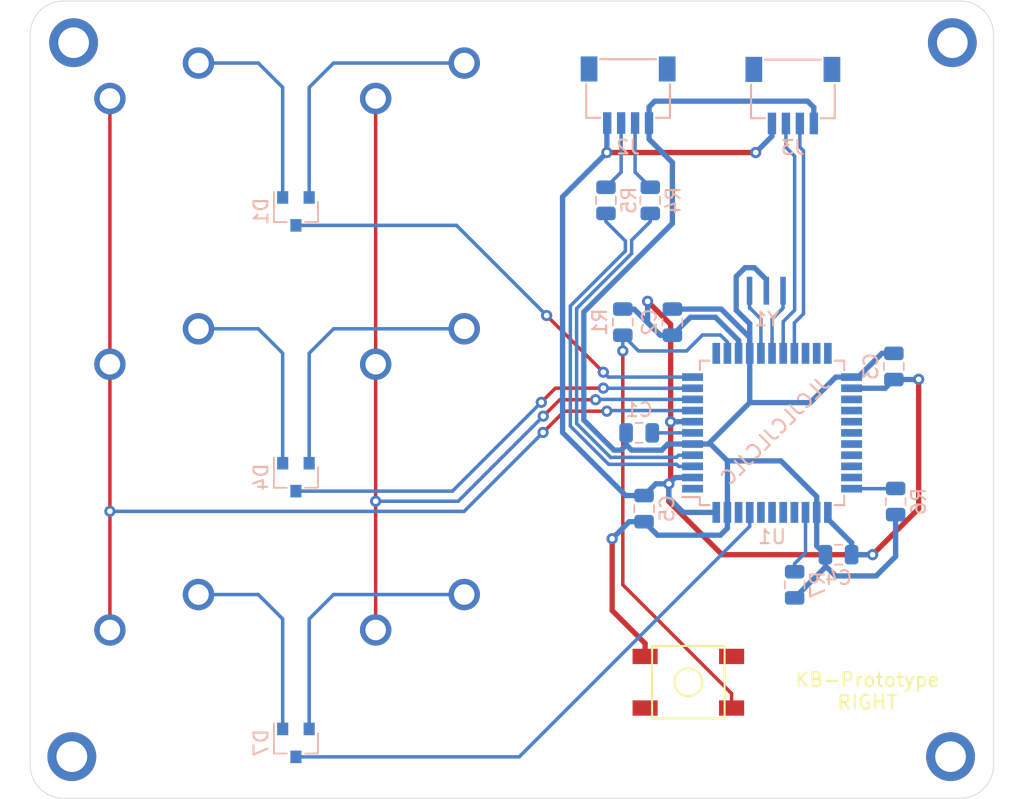
<source format=kicad_pcb>
(kicad_pcb (version 20171130) (host pcbnew "(5.1.2)-2")

  (general
    (thickness 1.6)
    (drawings 10)
    (tracks 248)
    (zones 0)
    (modules 28)
    (nets 44)
  )

  (page A4)
  (layers
    (0 F.Cu signal)
    (31 B.Cu signal)
    (32 B.Adhes user)
    (33 F.Adhes user)
    (34 B.Paste user)
    (35 F.Paste user)
    (36 B.SilkS user)
    (37 F.SilkS user)
    (38 B.Mask user)
    (39 F.Mask user)
    (40 Dwgs.User user)
    (41 Cmts.User user)
    (42 Eco1.User user)
    (43 Eco2.User user)
    (44 Edge.Cuts user)
    (45 Margin user)
    (46 B.CrtYd user)
    (47 F.CrtYd user)
    (48 B.Fab user)
    (49 F.Fab user)
  )

  (setup
    (last_trace_width 0.25)
    (trace_clearance 0.2)
    (zone_clearance 0.508)
    (zone_45_only no)
    (trace_min 0.2)
    (via_size 0.8)
    (via_drill 0.4)
    (via_min_size 0.4)
    (via_min_drill 0.3)
    (uvia_size 0.3)
    (uvia_drill 0.1)
    (uvias_allowed no)
    (uvia_min_size 0.2)
    (uvia_min_drill 0.1)
    (edge_width 0.05)
    (segment_width 0.2)
    (pcb_text_width 0.3)
    (pcb_text_size 1.5 1.5)
    (mod_edge_width 0.12)
    (mod_text_size 1 1)
    (mod_text_width 0.15)
    (pad_size 1.524 1.524)
    (pad_drill 0.762)
    (pad_to_mask_clearance 0.051)
    (solder_mask_min_width 0.25)
    (aux_axis_origin 0 0)
    (visible_elements 7FFFFFFF)
    (pcbplotparams
      (layerselection 0x010fc_ffffffff)
      (usegerberextensions false)
      (usegerberattributes false)
      (usegerberadvancedattributes false)
      (creategerberjobfile false)
      (excludeedgelayer true)
      (linewidth 0.100000)
      (plotframeref false)
      (viasonmask false)
      (mode 1)
      (useauxorigin false)
      (hpglpennumber 1)
      (hpglpenspeed 20)
      (hpglpendiameter 15.000000)
      (psnegative false)
      (psa4output false)
      (plotreference true)
      (plotvalue true)
      (plotinvisibletext false)
      (padsonsilk false)
      (subtractmaskfromsilk false)
      (outputformat 1)
      (mirror false)
      (drillshape 1)
      (scaleselection 1)
      (outputdirectory ""))
  )

  (net 0 "")
  (net 1 GND)
  (net 2 "Net-(C1-Pad1)")
  (net 3 +5V)
  (net 4 ROW0)
  (net 5 "Net-(D1-Pad2)")
  (net 6 "Net-(D1-Pad1)")
  (net 7 ROW1)
  (net 8 "Net-(D4-Pad2)")
  (net 9 "Net-(D4-Pad1)")
  (net 10 ROW2)
  (net 11 "Net-(D7-Pad2)")
  (net 12 "Net-(D7-Pad1)")
  (net 13 SCL)
  (net 14 SDA)
  (net 15 D-)
  (net 16 D+)
  (net 17 COL0)
  (net 18 COL1)
  (net 19 "Net-(R1-Pad2)")
  (net 20 "Net-(R4-Pad1)")
  (net 21 "Net-(R5-Pad1)")
  (net 22 "Net-(R6-Pad2)")
  (net 23 "Net-(R7-Pad2)")
  (net 24 "Net-(U1-Pad42)")
  (net 25 "Net-(U1-Pad32)")
  (net 26 "Net-(U1-Pad31)")
  (net 27 "Net-(U1-Pad30)")
  (net 28 "Net-(U1-Pad29)")
  (net 29 "Net-(U1-Pad28)")
  (net 30 "Net-(U1-Pad27)")
  (net 31 "Net-(U1-Pad26)")
  (net 32 "Net-(U1-Pad25)")
  (net 33 "Net-(U1-Pad22)")
  (net 34 "Net-(U1-Pad21)")
  (net 35 "Net-(U1-Pad20)")
  (net 36 "Net-(U1-Pad17)")
  (net 37 "Net-(U1-Pad16)")
  (net 38 "Net-(U1-Pad12)")
  (net 39 "Net-(U1-Pad1)")
  (net 40 "Net-(U1-Pad40)")
  (net 41 "Net-(U1-Pad39)")
  (net 42 "Net-(U1-Pad38)")
  (net 43 "Net-(U1-Pad37)")

  (net_class Default "This is the default net class."
    (clearance 0.2)
    (trace_width 0.25)
    (via_dia 0.8)
    (via_drill 0.4)
    (uvia_dia 0.3)
    (uvia_drill 0.1)
    (add_net COL0)
    (add_net COL1)
    (add_net D+)
    (add_net D-)
    (add_net "Net-(C1-Pad1)")
    (add_net "Net-(D1-Pad1)")
    (add_net "Net-(D1-Pad2)")
    (add_net "Net-(D4-Pad1)")
    (add_net "Net-(D4-Pad2)")
    (add_net "Net-(D7-Pad1)")
    (add_net "Net-(D7-Pad2)")
    (add_net "Net-(R1-Pad2)")
    (add_net "Net-(R4-Pad1)")
    (add_net "Net-(R5-Pad1)")
    (add_net "Net-(R6-Pad2)")
    (add_net "Net-(R7-Pad2)")
    (add_net "Net-(U1-Pad1)")
    (add_net "Net-(U1-Pad12)")
    (add_net "Net-(U1-Pad16)")
    (add_net "Net-(U1-Pad17)")
    (add_net "Net-(U1-Pad20)")
    (add_net "Net-(U1-Pad21)")
    (add_net "Net-(U1-Pad22)")
    (add_net "Net-(U1-Pad25)")
    (add_net "Net-(U1-Pad26)")
    (add_net "Net-(U1-Pad27)")
    (add_net "Net-(U1-Pad28)")
    (add_net "Net-(U1-Pad29)")
    (add_net "Net-(U1-Pad30)")
    (add_net "Net-(U1-Pad31)")
    (add_net "Net-(U1-Pad32)")
    (add_net "Net-(U1-Pad37)")
    (add_net "Net-(U1-Pad38)")
    (add_net "Net-(U1-Pad39)")
    (add_net "Net-(U1-Pad40)")
    (add_net "Net-(U1-Pad42)")
    (add_net ROW0)
    (add_net ROW1)
    (add_net ROW2)
    (add_net SCL)
    (add_net SDA)
  )

  (net_class Power ""
    (clearance 0.2)
    (trace_width 0.381)
    (via_dia 0.8)
    (via_drill 0.4)
    (uvia_dia 0.3)
    (uvia_drill 0.1)
    (add_net +5V)
    (add_net GND)
  )

  (module random-keyboard-parts:Generic-Mounthole (layer F.Cu) (tedit 5C91B17B) (tstamp 5F0AADE1)
    (at 89.789 77.978)
    (path /5F0C6836)
    (attr virtual)
    (fp_text reference H4 (at 0 2) (layer Dwgs.User)
      (effects (font (size 1 1) (thickness 0.15)))
    )
    (fp_text value MountingHole (at 0 -2) (layer Dwgs.User)
      (effects (font (size 1 1) (thickness 0.15)))
    )
    (pad 1 thru_hole circle (at 0 0) (size 3.5 3.5) (drill 2.2) (layers *.Cu *.Mask))
  )

  (module random-keyboard-parts:Generic-Mounthole (layer F.Cu) (tedit 5C91B17B) (tstamp 5F0AAB11)
    (at 89.916 26.797)
    (path /5F0C5942)
    (attr virtual)
    (fp_text reference H3 (at 0 2) (layer Dwgs.User)
      (effects (font (size 1 1) (thickness 0.15)))
    )
    (fp_text value MountingHole (at 0 -2) (layer Dwgs.User)
      (effects (font (size 1 1) (thickness 0.15)))
    )
    (pad 1 thru_hole circle (at 0 0) (size 3.5 3.5) (drill 2.2) (layers *.Cu *.Mask))
  )

  (module random-keyboard-parts:Generic-Mounthole (layer F.Cu) (tedit 5C91B17B) (tstamp 5F0AAB0C)
    (at 26.797 77.978)
    (path /5F0C6B0F)
    (attr virtual)
    (fp_text reference H2 (at 0 2) (layer Dwgs.User)
      (effects (font (size 1 1) (thickness 0.15)))
    )
    (fp_text value MountingHole (at 0 -2) (layer Dwgs.User)
      (effects (font (size 1 1) (thickness 0.15)))
    )
    (pad 1 thru_hole circle (at 0 0) (size 3.5 3.5) (drill 2.2) (layers *.Cu *.Mask))
  )

  (module random-keyboard-parts:Generic-Mounthole (layer F.Cu) (tedit 5C91B17B) (tstamp 5F0AAB07)
    (at 26.924 26.797)
    (path /5F0C724C)
    (attr virtual)
    (fp_text reference H1 (at 0 2) (layer Dwgs.User)
      (effects (font (size 1 1) (thickness 0.15)))
    )
    (fp_text value MountingHole (at 0 -2) (layer Dwgs.User)
      (effects (font (size 1 1) (thickness 0.15)))
    )
    (pad 1 thru_hole circle (at 0 0) (size 3.5 3.5) (drill 2.2) (layers *.Cu *.Mask))
  )

  (module DIMR_Keyboard_Parts:CSTCE (layer B.Cu) (tedit 5D0FE936) (tstamp 5F0A288F)
    (at 76.581 44.577 180)
    (path /5F0B38D9)
    (fp_text reference Y1 (at -0.01524 -2.032) (layer B.SilkS)
      (effects (font (size 1 1) (thickness 0.15)) (justify mirror))
    )
    (fp_text value Resonator_Small (at 0 0.5) (layer B.Fab)
      (effects (font (size 1 1) (thickness 0.15)) (justify mirror))
    )
    (fp_line (start -1.50876 -0.65532) (end -1.50876 0.63754) (layer Dwgs.User) (width 0.15))
    (fp_line (start 1.51384 -0.65278) (end 1.51384 0.64008) (layer Dwgs.User) (width 0.15))
    (fp_line (start -1.51124 -0.65532) (end 1.50876 -0.65532) (layer Dwgs.User) (width 0.15))
    (fp_line (start -1.51 0.65) (end 1.51 0.65) (layer Dwgs.User) (width 0.15))
    (pad 3 smd rect (at 1.2 0 180) (size 0.4 2) (layers B.Cu B.Paste B.Mask)
      (net 37 "Net-(U1-Pad16)"))
    (pad 1 smd rect (at -1.2 0 180) (size 0.4 2) (layers B.Cu B.Paste B.Mask)
      (net 36 "Net-(U1-Pad17)"))
    (pad 2 smd rect (at 0 0 180) (size 0.4 2) (layers B.Cu B.Paste B.Mask)
      (net 1 GND))
  )

  (module Package_QFP:TQFP-44_10x10mm_P0.8mm (layer B.Cu) (tedit 5A02F146) (tstamp 5F0A16D7)
    (at 76.99375 54.76875)
    (descr "44-Lead Plastic Thin Quad Flatpack (PT) - 10x10x1.0 mm Body [TQFP] (see Microchip Packaging Specification 00000049BS.pdf)")
    (tags "QFP 0.8")
    (path /5F099C2F)
    (attr smd)
    (fp_text reference U1 (at 0 7.45) (layer B.SilkS)
      (effects (font (size 1 1) (thickness 0.15)) (justify mirror))
    )
    (fp_text value ATmega32U4-AU (at 0 -7.45) (layer B.Fab)
      (effects (font (size 1 1) (thickness 0.15)) (justify mirror))
    )
    (fp_line (start -5.175 4.6) (end -6.45 4.6) (layer B.SilkS) (width 0.15))
    (fp_line (start 5.175 5.175) (end 4.5 5.175) (layer B.SilkS) (width 0.15))
    (fp_line (start 5.175 -5.175) (end 4.5 -5.175) (layer B.SilkS) (width 0.15))
    (fp_line (start -5.175 -5.175) (end -4.5 -5.175) (layer B.SilkS) (width 0.15))
    (fp_line (start -5.175 5.175) (end -4.5 5.175) (layer B.SilkS) (width 0.15))
    (fp_line (start -5.175 -5.175) (end -5.175 -4.5) (layer B.SilkS) (width 0.15))
    (fp_line (start 5.175 -5.175) (end 5.175 -4.5) (layer B.SilkS) (width 0.15))
    (fp_line (start 5.175 5.175) (end 5.175 4.5) (layer B.SilkS) (width 0.15))
    (fp_line (start -5.175 5.175) (end -5.175 4.6) (layer B.SilkS) (width 0.15))
    (fp_line (start -6.7 -6.7) (end 6.7 -6.7) (layer B.CrtYd) (width 0.05))
    (fp_line (start -6.7 6.7) (end 6.7 6.7) (layer B.CrtYd) (width 0.05))
    (fp_line (start 6.7 6.7) (end 6.7 -6.7) (layer B.CrtYd) (width 0.05))
    (fp_line (start -6.7 6.7) (end -6.7 -6.7) (layer B.CrtYd) (width 0.05))
    (fp_line (start -5 4) (end -4 5) (layer B.Fab) (width 0.15))
    (fp_line (start -5 -5) (end -5 4) (layer B.Fab) (width 0.15))
    (fp_line (start 5 -5) (end -5 -5) (layer B.Fab) (width 0.15))
    (fp_line (start 5 5) (end 5 -5) (layer B.Fab) (width 0.15))
    (fp_line (start -4 5) (end 5 5) (layer B.Fab) (width 0.15))
    (fp_text user %R (at 0 0) (layer B.Fab)
      (effects (font (size 1 1) (thickness 0.15)) (justify mirror))
    )
    (pad 44 smd rect (at -4 5.7 270) (size 1.5 0.55) (layers B.Cu B.Paste B.Mask)
      (net 3 +5V))
    (pad 43 smd rect (at -3.2 5.7 270) (size 1.5 0.55) (layers B.Cu B.Paste B.Mask)
      (net 1 GND))
    (pad 42 smd rect (at -2.4 5.7 270) (size 1.5 0.55) (layers B.Cu B.Paste B.Mask)
      (net 24 "Net-(U1-Pad42)"))
    (pad 41 smd rect (at -1.6 5.7 270) (size 1.5 0.55) (layers B.Cu B.Paste B.Mask)
      (net 10 ROW2))
    (pad 40 smd rect (at -0.8 5.7 270) (size 1.5 0.55) (layers B.Cu B.Paste B.Mask)
      (net 40 "Net-(U1-Pad40)"))
    (pad 39 smd rect (at 0 5.7 270) (size 1.5 0.55) (layers B.Cu B.Paste B.Mask)
      (net 41 "Net-(U1-Pad39)"))
    (pad 38 smd rect (at 0.8 5.7 270) (size 1.5 0.55) (layers B.Cu B.Paste B.Mask)
      (net 42 "Net-(U1-Pad38)"))
    (pad 37 smd rect (at 1.6 5.7 270) (size 1.5 0.55) (layers B.Cu B.Paste B.Mask)
      (net 43 "Net-(U1-Pad37)"))
    (pad 36 smd rect (at 2.4 5.7 270) (size 1.5 0.55) (layers B.Cu B.Paste B.Mask)
      (net 23 "Net-(R7-Pad2)"))
    (pad 35 smd rect (at 3.2 5.7 270) (size 1.5 0.55) (layers B.Cu B.Paste B.Mask)
      (net 1 GND))
    (pad 34 smd rect (at 4 5.7 270) (size 1.5 0.55) (layers B.Cu B.Paste B.Mask)
      (net 3 +5V))
    (pad 33 smd rect (at 5.7 4) (size 1.5 0.55) (layers B.Cu B.Paste B.Mask)
      (net 22 "Net-(R6-Pad2)"))
    (pad 32 smd rect (at 5.7 3.2) (size 1.5 0.55) (layers B.Cu B.Paste B.Mask)
      (net 25 "Net-(U1-Pad32)"))
    (pad 31 smd rect (at 5.7 2.4) (size 1.5 0.55) (layers B.Cu B.Paste B.Mask)
      (net 26 "Net-(U1-Pad31)"))
    (pad 30 smd rect (at 5.7 1.6) (size 1.5 0.55) (layers B.Cu B.Paste B.Mask)
      (net 27 "Net-(U1-Pad30)"))
    (pad 29 smd rect (at 5.7 0.8) (size 1.5 0.55) (layers B.Cu B.Paste B.Mask)
      (net 28 "Net-(U1-Pad29)"))
    (pad 28 smd rect (at 5.7 0) (size 1.5 0.55) (layers B.Cu B.Paste B.Mask)
      (net 29 "Net-(U1-Pad28)"))
    (pad 27 smd rect (at 5.7 -0.8) (size 1.5 0.55) (layers B.Cu B.Paste B.Mask)
      (net 30 "Net-(U1-Pad27)"))
    (pad 26 smd rect (at 5.7 -1.6) (size 1.5 0.55) (layers B.Cu B.Paste B.Mask)
      (net 31 "Net-(U1-Pad26)"))
    (pad 25 smd rect (at 5.7 -2.4) (size 1.5 0.55) (layers B.Cu B.Paste B.Mask)
      (net 32 "Net-(U1-Pad25)"))
    (pad 24 smd rect (at 5.7 -3.2) (size 1.5 0.55) (layers B.Cu B.Paste B.Mask)
      (net 3 +5V))
    (pad 23 smd rect (at 5.7 -4) (size 1.5 0.55) (layers B.Cu B.Paste B.Mask)
      (net 1 GND))
    (pad 22 smd rect (at 4 -5.7 270) (size 1.5 0.55) (layers B.Cu B.Paste B.Mask)
      (net 33 "Net-(U1-Pad22)"))
    (pad 21 smd rect (at 3.2 -5.7 270) (size 1.5 0.55) (layers B.Cu B.Paste B.Mask)
      (net 34 "Net-(U1-Pad21)"))
    (pad 20 smd rect (at 2.4 -5.7 270) (size 1.5 0.55) (layers B.Cu B.Paste B.Mask)
      (net 35 "Net-(U1-Pad20)"))
    (pad 19 smd rect (at 1.6 -5.7 270) (size 1.5 0.55) (layers B.Cu B.Paste B.Mask)
      (net 14 SDA))
    (pad 18 smd rect (at 0.8 -5.7 270) (size 1.5 0.55) (layers B.Cu B.Paste B.Mask)
      (net 13 SCL))
    (pad 17 smd rect (at 0 -5.7 270) (size 1.5 0.55) (layers B.Cu B.Paste B.Mask)
      (net 36 "Net-(U1-Pad17)"))
    (pad 16 smd rect (at -0.8 -5.7 270) (size 1.5 0.55) (layers B.Cu B.Paste B.Mask)
      (net 37 "Net-(U1-Pad16)"))
    (pad 15 smd rect (at -1.6 -5.7 270) (size 1.5 0.55) (layers B.Cu B.Paste B.Mask)
      (net 1 GND))
    (pad 14 smd rect (at -2.4 -5.7 270) (size 1.5 0.55) (layers B.Cu B.Paste B.Mask)
      (net 3 +5V))
    (pad 13 smd rect (at -3.2 -5.7 270) (size 1.5 0.55) (layers B.Cu B.Paste B.Mask)
      (net 19 "Net-(R1-Pad2)"))
    (pad 12 smd rect (at -4 -5.7 270) (size 1.5 0.55) (layers B.Cu B.Paste B.Mask)
      (net 38 "Net-(U1-Pad12)"))
    (pad 11 smd rect (at -5.7 -4) (size 1.5 0.55) (layers B.Cu B.Paste B.Mask)
      (net 4 ROW0))
    (pad 10 smd rect (at -5.7 -3.2) (size 1.5 0.55) (layers B.Cu B.Paste B.Mask)
      (net 7 ROW1))
    (pad 9 smd rect (at -5.7 -2.4) (size 1.5 0.55) (layers B.Cu B.Paste B.Mask)
      (net 18 COL1))
    (pad 8 smd rect (at -5.7 -1.6) (size 1.5 0.55) (layers B.Cu B.Paste B.Mask)
      (net 17 COL0))
    (pad 7 smd rect (at -5.7 -0.8) (size 1.5 0.55) (layers B.Cu B.Paste B.Mask)
      (net 3 +5V))
    (pad 6 smd rect (at -5.7 0) (size 1.5 0.55) (layers B.Cu B.Paste B.Mask)
      (net 2 "Net-(C1-Pad1)"))
    (pad 5 smd rect (at -5.7 0.8) (size 1.5 0.55) (layers B.Cu B.Paste B.Mask)
      (net 1 GND))
    (pad 4 smd rect (at -5.7 1.6) (size 1.5 0.55) (layers B.Cu B.Paste B.Mask)
      (net 20 "Net-(R4-Pad1)"))
    (pad 3 smd rect (at -5.7 2.4) (size 1.5 0.55) (layers B.Cu B.Paste B.Mask)
      (net 21 "Net-(R5-Pad1)"))
    (pad 2 smd rect (at -5.7 3.2) (size 1.5 0.55) (layers B.Cu B.Paste B.Mask)
      (net 3 +5V))
    (pad 1 smd rect (at -5.7 4) (size 1.5 0.55) (layers B.Cu B.Paste B.Mask)
      (net 39 "Net-(U1-Pad1)"))
    (model ${KISYS3DMOD}/Package_QFP.3dshapes/TQFP-44_10x10mm_P0.8mm.wrl
      (at (xyz 0 0 0))
      (scale (xyz 1 1 1))
      (rotate (xyz 0 0 0))
    )
  )

  (module random-keyboard-parts:SKQG-1155865 (layer F.Cu) (tedit 5E62B398) (tstamp 5F09FF25)
    (at 70.993 72.644 180)
    (path /5F0B8E0E)
    (attr smd)
    (fp_text reference SW1 (at 0 4.064) (layer F.SilkS) hide
      (effects (font (size 1 1) (thickness 0.15)))
    )
    (fp_text value SW_Push (at 0 -4.064) (layer F.Fab)
      (effects (font (size 1 1) (thickness 0.15)))
    )
    (fp_line (start -2.6 -2.6) (end 2.6 -2.6) (layer F.SilkS) (width 0.15))
    (fp_line (start 2.6 -2.6) (end 2.6 2.6) (layer F.SilkS) (width 0.15))
    (fp_line (start 2.6 2.6) (end -2.6 2.6) (layer F.SilkS) (width 0.15))
    (fp_line (start -2.6 2.6) (end -2.6 -2.6) (layer F.SilkS) (width 0.15))
    (fp_circle (center 0 0) (end 1 0) (layer F.SilkS) (width 0.15))
    (fp_line (start -4.2 -2.6) (end 4.2 -2.6) (layer F.Fab) (width 0.15))
    (fp_line (start 4.2 -2.6) (end 4.2 -1.2) (layer F.Fab) (width 0.15))
    (fp_line (start 4.2 -1.1) (end 2.6 -1.1) (layer F.Fab) (width 0.15))
    (fp_line (start 2.6 -1.1) (end 2.6 1.1) (layer F.Fab) (width 0.15))
    (fp_line (start 2.6 1.1) (end 4.2 1.1) (layer F.Fab) (width 0.15))
    (fp_line (start 4.2 1.1) (end 4.2 2.6) (layer F.Fab) (width 0.15))
    (fp_line (start 4.2 2.6) (end -4.2 2.6) (layer F.Fab) (width 0.15))
    (fp_line (start -4.2 2.6) (end -4.2 1.1) (layer F.Fab) (width 0.15))
    (fp_line (start -4.2 1.1) (end -2.6 1.1) (layer F.Fab) (width 0.15))
    (fp_line (start -2.6 1.1) (end -2.6 -1.1) (layer F.Fab) (width 0.15))
    (fp_line (start -2.6 -1.1) (end -4.2 -1.1) (layer F.Fab) (width 0.15))
    (fp_line (start -4.2 -1.1) (end -4.2 -2.6) (layer F.Fab) (width 0.15))
    (fp_circle (center 0 0) (end 1 0) (layer F.Fab) (width 0.15))
    (fp_line (start -2.6 -1.1) (end -1.1 -2.6) (layer F.Fab) (width 0.15))
    (fp_line (start 2.6 -1.1) (end 1.1 -2.6) (layer F.Fab) (width 0.15))
    (fp_line (start 2.6 1.1) (end 1.1 2.6) (layer F.Fab) (width 0.15))
    (fp_line (start -2.6 1.1) (end -1.1 2.6) (layer F.Fab) (width 0.15))
    (pad 4 smd rect (at -3.1 1.85 180) (size 1.8 1.1) (layers F.Cu F.Paste F.Mask))
    (pad 3 smd rect (at 3.1 -1.85 180) (size 1.8 1.1) (layers F.Cu F.Paste F.Mask))
    (pad 2 smd rect (at -3.1 -1.85 180) (size 1.8 1.1) (layers F.Cu F.Paste F.Mask)
      (net 19 "Net-(R1-Pad2)"))
    (pad 1 smd rect (at 3.1 1.85 180) (size 1.8 1.1) (layers F.Cu F.Paste F.Mask)
      (net 1 GND))
    (model ${KISYS3DMOD}/Button_Switch_SMD.3dshapes/SW_SPST_TL3342.step
      (at (xyz 0 0 0))
      (scale (xyz 1 1 1))
      (rotate (xyz 0 0 0))
    )
  )

  (module Resistor_SMD:R_0805_2012Metric (layer B.Cu) (tedit 5B36C52B) (tstamp 5F09FF07)
    (at 78.613 65.659 90)
    (descr "Resistor SMD 0805 (2012 Metric), square (rectangular) end terminal, IPC_7351 nominal, (Body size source: https://docs.google.com/spreadsheets/d/1BsfQQcO9C6DZCsRaXUlFlo91Tg2WpOkGARC1WS5S8t0/edit?usp=sharing), generated with kicad-footprint-generator")
    (tags resistor)
    (path /5F1774D5)
    (attr smd)
    (fp_text reference R7 (at 0 1.65 90) (layer B.SilkS)
      (effects (font (size 1 1) (thickness 0.15)) (justify mirror))
    )
    (fp_text value 10k (at 0 -1.65 90) (layer B.Fab)
      (effects (font (size 1 1) (thickness 0.15)) (justify mirror))
    )
    (fp_text user %R (at 0 0 90) (layer B.Fab)
      (effects (font (size 0.5 0.5) (thickness 0.08)) (justify mirror))
    )
    (fp_line (start 1.68 -0.95) (end -1.68 -0.95) (layer B.CrtYd) (width 0.05))
    (fp_line (start 1.68 0.95) (end 1.68 -0.95) (layer B.CrtYd) (width 0.05))
    (fp_line (start -1.68 0.95) (end 1.68 0.95) (layer B.CrtYd) (width 0.05))
    (fp_line (start -1.68 -0.95) (end -1.68 0.95) (layer B.CrtYd) (width 0.05))
    (fp_line (start -0.258578 -0.71) (end 0.258578 -0.71) (layer B.SilkS) (width 0.12))
    (fp_line (start -0.258578 0.71) (end 0.258578 0.71) (layer B.SilkS) (width 0.12))
    (fp_line (start 1 -0.6) (end -1 -0.6) (layer B.Fab) (width 0.1))
    (fp_line (start 1 0.6) (end 1 -0.6) (layer B.Fab) (width 0.1))
    (fp_line (start -1 0.6) (end 1 0.6) (layer B.Fab) (width 0.1))
    (fp_line (start -1 -0.6) (end -1 0.6) (layer B.Fab) (width 0.1))
    (pad 2 smd roundrect (at 0.9375 0 90) (size 0.975 1.4) (layers B.Cu B.Paste B.Mask) (roundrect_rratio 0.25)
      (net 23 "Net-(R7-Pad2)"))
    (pad 1 smd roundrect (at -0.9375 0 90) (size 0.975 1.4) (layers B.Cu B.Paste B.Mask) (roundrect_rratio 0.25)
      (net 1 GND))
    (model ${KISYS3DMOD}/Resistor_SMD.3dshapes/R_0805_2012Metric.wrl
      (at (xyz 0 0 0))
      (scale (xyz 1 1 1))
      (rotate (xyz 0 0 0))
    )
  )

  (module Resistor_SMD:R_0805_2012Metric (layer B.Cu) (tedit 5B36C52B) (tstamp 5F09FEF6)
    (at 85.852 59.69 90)
    (descr "Resistor SMD 0805 (2012 Metric), square (rectangular) end terminal, IPC_7351 nominal, (Body size source: https://docs.google.com/spreadsheets/d/1BsfQQcO9C6DZCsRaXUlFlo91Tg2WpOkGARC1WS5S8t0/edit?usp=sharing), generated with kicad-footprint-generator")
    (tags resistor)
    (path /5F0A0494)
    (attr smd)
    (fp_text reference R6 (at 0 1.65 90) (layer B.SilkS)
      (effects (font (size 1 1) (thickness 0.15)) (justify mirror))
    )
    (fp_text value 10k (at 0 -1.65 90) (layer B.Fab)
      (effects (font (size 1 1) (thickness 0.15)) (justify mirror))
    )
    (fp_text user %R (at 0 0 90) (layer B.Fab)
      (effects (font (size 0.5 0.5) (thickness 0.08)) (justify mirror))
    )
    (fp_line (start 1.68 -0.95) (end -1.68 -0.95) (layer B.CrtYd) (width 0.05))
    (fp_line (start 1.68 0.95) (end 1.68 -0.95) (layer B.CrtYd) (width 0.05))
    (fp_line (start -1.68 0.95) (end 1.68 0.95) (layer B.CrtYd) (width 0.05))
    (fp_line (start -1.68 -0.95) (end -1.68 0.95) (layer B.CrtYd) (width 0.05))
    (fp_line (start -0.258578 -0.71) (end 0.258578 -0.71) (layer B.SilkS) (width 0.12))
    (fp_line (start -0.258578 0.71) (end 0.258578 0.71) (layer B.SilkS) (width 0.12))
    (fp_line (start 1 -0.6) (end -1 -0.6) (layer B.Fab) (width 0.1))
    (fp_line (start 1 0.6) (end 1 -0.6) (layer B.Fab) (width 0.1))
    (fp_line (start -1 0.6) (end 1 0.6) (layer B.Fab) (width 0.1))
    (fp_line (start -1 -0.6) (end -1 0.6) (layer B.Fab) (width 0.1))
    (pad 2 smd roundrect (at 0.9375 0 90) (size 0.975 1.4) (layers B.Cu B.Paste B.Mask) (roundrect_rratio 0.25)
      (net 22 "Net-(R6-Pad2)"))
    (pad 1 smd roundrect (at -0.9375 0 90) (size 0.975 1.4) (layers B.Cu B.Paste B.Mask) (roundrect_rratio 0.25)
      (net 1 GND))
    (model ${KISYS3DMOD}/Resistor_SMD.3dshapes/R_0805_2012Metric.wrl
      (at (xyz 0 0 0))
      (scale (xyz 1 1 1))
      (rotate (xyz 0 0 0))
    )
  )

  (module Resistor_SMD:R_0805_2012Metric (layer B.Cu) (tedit 5B36C52B) (tstamp 5F09FEE5)
    (at 65.0875 38.1 90)
    (descr "Resistor SMD 0805 (2012 Metric), square (rectangular) end terminal, IPC_7351 nominal, (Body size source: https://docs.google.com/spreadsheets/d/1BsfQQcO9C6DZCsRaXUlFlo91Tg2WpOkGARC1WS5S8t0/edit?usp=sharing), generated with kicad-footprint-generator")
    (tags resistor)
    (path /5F0A241D)
    (attr smd)
    (fp_text reference R5 (at 0 1.65 90) (layer B.SilkS)
      (effects (font (size 1 1) (thickness 0.15)) (justify mirror))
    )
    (fp_text value 22 (at 0 -1.65 90) (layer B.Fab)
      (effects (font (size 1 1) (thickness 0.15)) (justify mirror))
    )
    (fp_text user %R (at 0 0 90) (layer B.Fab)
      (effects (font (size 0.5 0.5) (thickness 0.08)) (justify mirror))
    )
    (fp_line (start 1.68 -0.95) (end -1.68 -0.95) (layer B.CrtYd) (width 0.05))
    (fp_line (start 1.68 0.95) (end 1.68 -0.95) (layer B.CrtYd) (width 0.05))
    (fp_line (start -1.68 0.95) (end 1.68 0.95) (layer B.CrtYd) (width 0.05))
    (fp_line (start -1.68 -0.95) (end -1.68 0.95) (layer B.CrtYd) (width 0.05))
    (fp_line (start -0.258578 -0.71) (end 0.258578 -0.71) (layer B.SilkS) (width 0.12))
    (fp_line (start -0.258578 0.71) (end 0.258578 0.71) (layer B.SilkS) (width 0.12))
    (fp_line (start 1 -0.6) (end -1 -0.6) (layer B.Fab) (width 0.1))
    (fp_line (start 1 0.6) (end 1 -0.6) (layer B.Fab) (width 0.1))
    (fp_line (start -1 0.6) (end 1 0.6) (layer B.Fab) (width 0.1))
    (fp_line (start -1 -0.6) (end -1 0.6) (layer B.Fab) (width 0.1))
    (pad 2 smd roundrect (at 0.9375 0 90) (size 0.975 1.4) (layers B.Cu B.Paste B.Mask) (roundrect_rratio 0.25)
      (net 15 D-))
    (pad 1 smd roundrect (at -0.9375 0 90) (size 0.975 1.4) (layers B.Cu B.Paste B.Mask) (roundrect_rratio 0.25)
      (net 21 "Net-(R5-Pad1)"))
    (model ${KISYS3DMOD}/Resistor_SMD.3dshapes/R_0805_2012Metric.wrl
      (at (xyz 0 0 0))
      (scale (xyz 1 1 1))
      (rotate (xyz 0 0 0))
    )
  )

  (module Resistor_SMD:R_0805_2012Metric (layer B.Cu) (tedit 5B36C52B) (tstamp 5F09FED4)
    (at 68.2625 38.1 90)
    (descr "Resistor SMD 0805 (2012 Metric), square (rectangular) end terminal, IPC_7351 nominal, (Body size source: https://docs.google.com/spreadsheets/d/1BsfQQcO9C6DZCsRaXUlFlo91Tg2WpOkGARC1WS5S8t0/edit?usp=sharing), generated with kicad-footprint-generator")
    (tags resistor)
    (path /5F0A1BEE)
    (attr smd)
    (fp_text reference R4 (at 0 1.65 90) (layer B.SilkS)
      (effects (font (size 1 1) (thickness 0.15)) (justify mirror))
    )
    (fp_text value 22 (at 0 -1.65 90) (layer B.Fab)
      (effects (font (size 1 1) (thickness 0.15)) (justify mirror))
    )
    (fp_text user %R (at 0 0 90) (layer B.Fab)
      (effects (font (size 0.5 0.5) (thickness 0.08)) (justify mirror))
    )
    (fp_line (start 1.68 -0.95) (end -1.68 -0.95) (layer B.CrtYd) (width 0.05))
    (fp_line (start 1.68 0.95) (end 1.68 -0.95) (layer B.CrtYd) (width 0.05))
    (fp_line (start -1.68 0.95) (end 1.68 0.95) (layer B.CrtYd) (width 0.05))
    (fp_line (start -1.68 -0.95) (end -1.68 0.95) (layer B.CrtYd) (width 0.05))
    (fp_line (start -0.258578 -0.71) (end 0.258578 -0.71) (layer B.SilkS) (width 0.12))
    (fp_line (start -0.258578 0.71) (end 0.258578 0.71) (layer B.SilkS) (width 0.12))
    (fp_line (start 1 -0.6) (end -1 -0.6) (layer B.Fab) (width 0.1))
    (fp_line (start 1 0.6) (end 1 -0.6) (layer B.Fab) (width 0.1))
    (fp_line (start -1 0.6) (end 1 0.6) (layer B.Fab) (width 0.1))
    (fp_line (start -1 -0.6) (end -1 0.6) (layer B.Fab) (width 0.1))
    (pad 2 smd roundrect (at 0.9375 0 90) (size 0.975 1.4) (layers B.Cu B.Paste B.Mask) (roundrect_rratio 0.25)
      (net 16 D+))
    (pad 1 smd roundrect (at -0.9375 0 90) (size 0.975 1.4) (layers B.Cu B.Paste B.Mask) (roundrect_rratio 0.25)
      (net 20 "Net-(R4-Pad1)"))
    (model ${KISYS3DMOD}/Resistor_SMD.3dshapes/R_0805_2012Metric.wrl
      (at (xyz 0 0 0))
      (scale (xyz 1 1 1))
      (rotate (xyz 0 0 0))
    )
  )

  (module Resistor_SMD:R_0805_2012Metric (layer B.Cu) (tedit 5B36C52B) (tstamp 5F09FEA1)
    (at 66.294 46.83125 270)
    (descr "Resistor SMD 0805 (2012 Metric), square (rectangular) end terminal, IPC_7351 nominal, (Body size source: https://docs.google.com/spreadsheets/d/1BsfQQcO9C6DZCsRaXUlFlo91Tg2WpOkGARC1WS5S8t0/edit?usp=sharing), generated with kicad-footprint-generator")
    (tags resistor)
    (path /5F0BB9E5)
    (attr smd)
    (fp_text reference R1 (at 0 1.65 90) (layer B.SilkS)
      (effects (font (size 1 1) (thickness 0.15)) (justify mirror))
    )
    (fp_text value 10k (at 0 -1.65 90) (layer B.Fab)
      (effects (font (size 1 1) (thickness 0.15)) (justify mirror))
    )
    (fp_text user %R (at 0 0 90) (layer B.Fab)
      (effects (font (size 0.5 0.5) (thickness 0.08)) (justify mirror))
    )
    (fp_line (start 1.68 -0.95) (end -1.68 -0.95) (layer B.CrtYd) (width 0.05))
    (fp_line (start 1.68 0.95) (end 1.68 -0.95) (layer B.CrtYd) (width 0.05))
    (fp_line (start -1.68 0.95) (end 1.68 0.95) (layer B.CrtYd) (width 0.05))
    (fp_line (start -1.68 -0.95) (end -1.68 0.95) (layer B.CrtYd) (width 0.05))
    (fp_line (start -0.258578 -0.71) (end 0.258578 -0.71) (layer B.SilkS) (width 0.12))
    (fp_line (start -0.258578 0.71) (end 0.258578 0.71) (layer B.SilkS) (width 0.12))
    (fp_line (start 1 -0.6) (end -1 -0.6) (layer B.Fab) (width 0.1))
    (fp_line (start 1 0.6) (end 1 -0.6) (layer B.Fab) (width 0.1))
    (fp_line (start -1 0.6) (end 1 0.6) (layer B.Fab) (width 0.1))
    (fp_line (start -1 -0.6) (end -1 0.6) (layer B.Fab) (width 0.1))
    (pad 2 smd roundrect (at 0.9375 0 270) (size 0.975 1.4) (layers B.Cu B.Paste B.Mask) (roundrect_rratio 0.25)
      (net 19 "Net-(R1-Pad2)"))
    (pad 1 smd roundrect (at -0.9375 0 270) (size 0.975 1.4) (layers B.Cu B.Paste B.Mask) (roundrect_rratio 0.25)
      (net 3 +5V))
    (model ${KISYS3DMOD}/Resistor_SMD.3dshapes/R_0805_2012Metric.wrl
      (at (xyz 0 0 0))
      (scale (xyz 1 1 1))
      (rotate (xyz 0 0 0))
    )
  )

  (module MX_Only:MXOnly-1U-NoLED (layer F.Cu) (tedit 5BD3C6C7) (tstamp 5F09FE3C)
    (at 52.3875 71.4375)
    (path /5F138E7E)
    (fp_text reference MX14 (at 0 3.175) (layer Dwgs.User)
      (effects (font (size 1 1) (thickness 0.15)))
    )
    (fp_text value MX-NoLED (at 0 -7.9375) (layer Dwgs.User)
      (effects (font (size 1 1) (thickness 0.15)))
    )
    (fp_line (start 5 -7) (end 7 -7) (layer Dwgs.User) (width 0.15))
    (fp_line (start 7 -7) (end 7 -5) (layer Dwgs.User) (width 0.15))
    (fp_line (start 5 7) (end 7 7) (layer Dwgs.User) (width 0.15))
    (fp_line (start 7 7) (end 7 5) (layer Dwgs.User) (width 0.15))
    (fp_line (start -7 5) (end -7 7) (layer Dwgs.User) (width 0.15))
    (fp_line (start -7 7) (end -5 7) (layer Dwgs.User) (width 0.15))
    (fp_line (start -5 -7) (end -7 -7) (layer Dwgs.User) (width 0.15))
    (fp_line (start -7 -7) (end -7 -5) (layer Dwgs.User) (width 0.15))
    (fp_line (start -9.525 -9.525) (end 9.525 -9.525) (layer Dwgs.User) (width 0.15))
    (fp_line (start 9.525 -9.525) (end 9.525 9.525) (layer Dwgs.User) (width 0.15))
    (fp_line (start 9.525 9.525) (end -9.525 9.525) (layer Dwgs.User) (width 0.15))
    (fp_line (start -9.525 9.525) (end -9.525 -9.525) (layer Dwgs.User) (width 0.15))
    (pad 2 thru_hole circle (at 2.54 -5.08) (size 2.25 2.25) (drill 1.47) (layers *.Cu B.Mask)
      (net 11 "Net-(D7-Pad2)"))
    (pad "" np_thru_hole circle (at 0 0) (size 3.9878 3.9878) (drill 3.9878) (layers *.Cu *.Mask))
    (pad 1 thru_hole circle (at -3.81 -2.54) (size 2.25 2.25) (drill 1.47) (layers *.Cu B.Mask)
      (net 18 COL1))
    (pad "" np_thru_hole circle (at -5.08 0 48.0996) (size 1.75 1.75) (drill 1.75) (layers *.Cu *.Mask))
    (pad "" np_thru_hole circle (at 5.08 0 48.0996) (size 1.75 1.75) (drill 1.75) (layers *.Cu *.Mask))
  )

  (module MX_Only:MXOnly-1U-NoLED (layer F.Cu) (tedit 5BD3C6C7) (tstamp 5F09FE27)
    (at 33.3375 71.4375)
    (path /5F138E6A)
    (fp_text reference MX13 (at 0 3.175) (layer Dwgs.User)
      (effects (font (size 1 1) (thickness 0.15)))
    )
    (fp_text value MX-NoLED (at 0 -7.9375) (layer Dwgs.User)
      (effects (font (size 1 1) (thickness 0.15)))
    )
    (fp_line (start 5 -7) (end 7 -7) (layer Dwgs.User) (width 0.15))
    (fp_line (start 7 -7) (end 7 -5) (layer Dwgs.User) (width 0.15))
    (fp_line (start 5 7) (end 7 7) (layer Dwgs.User) (width 0.15))
    (fp_line (start 7 7) (end 7 5) (layer Dwgs.User) (width 0.15))
    (fp_line (start -7 5) (end -7 7) (layer Dwgs.User) (width 0.15))
    (fp_line (start -7 7) (end -5 7) (layer Dwgs.User) (width 0.15))
    (fp_line (start -5 -7) (end -7 -7) (layer Dwgs.User) (width 0.15))
    (fp_line (start -7 -7) (end -7 -5) (layer Dwgs.User) (width 0.15))
    (fp_line (start -9.525 -9.525) (end 9.525 -9.525) (layer Dwgs.User) (width 0.15))
    (fp_line (start 9.525 -9.525) (end 9.525 9.525) (layer Dwgs.User) (width 0.15))
    (fp_line (start 9.525 9.525) (end -9.525 9.525) (layer Dwgs.User) (width 0.15))
    (fp_line (start -9.525 9.525) (end -9.525 -9.525) (layer Dwgs.User) (width 0.15))
    (pad 2 thru_hole circle (at 2.54 -5.08) (size 2.25 2.25) (drill 1.47) (layers *.Cu B.Mask)
      (net 12 "Net-(D7-Pad1)"))
    (pad "" np_thru_hole circle (at 0 0) (size 3.9878 3.9878) (drill 3.9878) (layers *.Cu *.Mask))
    (pad 1 thru_hole circle (at -3.81 -2.54) (size 2.25 2.25) (drill 1.47) (layers *.Cu B.Mask)
      (net 17 COL0))
    (pad "" np_thru_hole circle (at -5.08 0 48.0996) (size 1.75 1.75) (drill 1.75) (layers *.Cu *.Mask))
    (pad "" np_thru_hole circle (at 5.08 0 48.0996) (size 1.75 1.75) (drill 1.75) (layers *.Cu *.Mask))
  )

  (module MX_Only:MXOnly-1U-NoLED (layer F.Cu) (tedit 5BD3C6C7) (tstamp 5F09FDBE)
    (at 52.3875 52.3875)
    (path /5F0F6D14)
    (fp_text reference MX8 (at 0 3.175) (layer Dwgs.User)
      (effects (font (size 1 1) (thickness 0.15)))
    )
    (fp_text value MX-NoLED (at 0 -7.9375) (layer Dwgs.User)
      (effects (font (size 1 1) (thickness 0.15)))
    )
    (fp_line (start 5 -7) (end 7 -7) (layer Dwgs.User) (width 0.15))
    (fp_line (start 7 -7) (end 7 -5) (layer Dwgs.User) (width 0.15))
    (fp_line (start 5 7) (end 7 7) (layer Dwgs.User) (width 0.15))
    (fp_line (start 7 7) (end 7 5) (layer Dwgs.User) (width 0.15))
    (fp_line (start -7 5) (end -7 7) (layer Dwgs.User) (width 0.15))
    (fp_line (start -7 7) (end -5 7) (layer Dwgs.User) (width 0.15))
    (fp_line (start -5 -7) (end -7 -7) (layer Dwgs.User) (width 0.15))
    (fp_line (start -7 -7) (end -7 -5) (layer Dwgs.User) (width 0.15))
    (fp_line (start -9.525 -9.525) (end 9.525 -9.525) (layer Dwgs.User) (width 0.15))
    (fp_line (start 9.525 -9.525) (end 9.525 9.525) (layer Dwgs.User) (width 0.15))
    (fp_line (start 9.525 9.525) (end -9.525 9.525) (layer Dwgs.User) (width 0.15))
    (fp_line (start -9.525 9.525) (end -9.525 -9.525) (layer Dwgs.User) (width 0.15))
    (pad 2 thru_hole circle (at 2.54 -5.08) (size 2.25 2.25) (drill 1.47) (layers *.Cu B.Mask)
      (net 8 "Net-(D4-Pad2)"))
    (pad "" np_thru_hole circle (at 0 0) (size 3.9878 3.9878) (drill 3.9878) (layers *.Cu *.Mask))
    (pad 1 thru_hole circle (at -3.81 -2.54) (size 2.25 2.25) (drill 1.47) (layers *.Cu B.Mask)
      (net 18 COL1))
    (pad "" np_thru_hole circle (at -5.08 0 48.0996) (size 1.75 1.75) (drill 1.75) (layers *.Cu *.Mask))
    (pad "" np_thru_hole circle (at 5.08 0 48.0996) (size 1.75 1.75) (drill 1.75) (layers *.Cu *.Mask))
  )

  (module MX_Only:MXOnly-1U-NoLED (layer F.Cu) (tedit 5BD3C6C7) (tstamp 5F09FDA9)
    (at 33.3375 52.3875)
    (path /5F0F6D00)
    (fp_text reference MX7 (at 0 3.175) (layer Dwgs.User)
      (effects (font (size 1 1) (thickness 0.15)))
    )
    (fp_text value MX-NoLED (at 0 -7.9375) (layer Dwgs.User)
      (effects (font (size 1 1) (thickness 0.15)))
    )
    (fp_line (start 5 -7) (end 7 -7) (layer Dwgs.User) (width 0.15))
    (fp_line (start 7 -7) (end 7 -5) (layer Dwgs.User) (width 0.15))
    (fp_line (start 5 7) (end 7 7) (layer Dwgs.User) (width 0.15))
    (fp_line (start 7 7) (end 7 5) (layer Dwgs.User) (width 0.15))
    (fp_line (start -7 5) (end -7 7) (layer Dwgs.User) (width 0.15))
    (fp_line (start -7 7) (end -5 7) (layer Dwgs.User) (width 0.15))
    (fp_line (start -5 -7) (end -7 -7) (layer Dwgs.User) (width 0.15))
    (fp_line (start -7 -7) (end -7 -5) (layer Dwgs.User) (width 0.15))
    (fp_line (start -9.525 -9.525) (end 9.525 -9.525) (layer Dwgs.User) (width 0.15))
    (fp_line (start 9.525 -9.525) (end 9.525 9.525) (layer Dwgs.User) (width 0.15))
    (fp_line (start 9.525 9.525) (end -9.525 9.525) (layer Dwgs.User) (width 0.15))
    (fp_line (start -9.525 9.525) (end -9.525 -9.525) (layer Dwgs.User) (width 0.15))
    (pad 2 thru_hole circle (at 2.54 -5.08) (size 2.25 2.25) (drill 1.47) (layers *.Cu B.Mask)
      (net 9 "Net-(D4-Pad1)"))
    (pad "" np_thru_hole circle (at 0 0) (size 3.9878 3.9878) (drill 3.9878) (layers *.Cu *.Mask))
    (pad 1 thru_hole circle (at -3.81 -2.54) (size 2.25 2.25) (drill 1.47) (layers *.Cu B.Mask)
      (net 17 COL0))
    (pad "" np_thru_hole circle (at -5.08 0 48.0996) (size 1.75 1.75) (drill 1.75) (layers *.Cu *.Mask))
    (pad "" np_thru_hole circle (at 5.08 0 48.0996) (size 1.75 1.75) (drill 1.75) (layers *.Cu *.Mask))
  )

  (module MX_Only:MXOnly-1U-NoLED (layer F.Cu) (tedit 5BD3C6C7) (tstamp 5F09FD40)
    (at 52.3875 33.3375)
    (path /5F0ED606)
    (fp_text reference MX2 (at 0 3.175) (layer Dwgs.User)
      (effects (font (size 1 1) (thickness 0.15)))
    )
    (fp_text value MX-NoLED (at 0 -7.9375) (layer Dwgs.User)
      (effects (font (size 1 1) (thickness 0.15)))
    )
    (fp_line (start 5 -7) (end 7 -7) (layer Dwgs.User) (width 0.15))
    (fp_line (start 7 -7) (end 7 -5) (layer Dwgs.User) (width 0.15))
    (fp_line (start 5 7) (end 7 7) (layer Dwgs.User) (width 0.15))
    (fp_line (start 7 7) (end 7 5) (layer Dwgs.User) (width 0.15))
    (fp_line (start -7 5) (end -7 7) (layer Dwgs.User) (width 0.15))
    (fp_line (start -7 7) (end -5 7) (layer Dwgs.User) (width 0.15))
    (fp_line (start -5 -7) (end -7 -7) (layer Dwgs.User) (width 0.15))
    (fp_line (start -7 -7) (end -7 -5) (layer Dwgs.User) (width 0.15))
    (fp_line (start -9.525 -9.525) (end 9.525 -9.525) (layer Dwgs.User) (width 0.15))
    (fp_line (start 9.525 -9.525) (end 9.525 9.525) (layer Dwgs.User) (width 0.15))
    (fp_line (start 9.525 9.525) (end -9.525 9.525) (layer Dwgs.User) (width 0.15))
    (fp_line (start -9.525 9.525) (end -9.525 -9.525) (layer Dwgs.User) (width 0.15))
    (pad 2 thru_hole circle (at 2.54 -5.08) (size 2.25 2.25) (drill 1.47) (layers *.Cu B.Mask)
      (net 5 "Net-(D1-Pad2)"))
    (pad "" np_thru_hole circle (at 0 0) (size 3.9878 3.9878) (drill 3.9878) (layers *.Cu *.Mask))
    (pad 1 thru_hole circle (at -3.81 -2.54) (size 2.25 2.25) (drill 1.47) (layers *.Cu B.Mask)
      (net 18 COL1))
    (pad "" np_thru_hole circle (at -5.08 0 48.0996) (size 1.75 1.75) (drill 1.75) (layers *.Cu *.Mask))
    (pad "" np_thru_hole circle (at 5.08 0 48.0996) (size 1.75 1.75) (drill 1.75) (layers *.Cu *.Mask))
  )

  (module MX_Only:MXOnly-1U-NoLED (layer F.Cu) (tedit 5BD3C6C7) (tstamp 5F09FD2B)
    (at 33.3375 33.3375)
    (path /5F0E2429)
    (fp_text reference MX1 (at 0 3.175) (layer Dwgs.User)
      (effects (font (size 1 1) (thickness 0.15)))
    )
    (fp_text value MX-NoLED (at 0 -7.9375) (layer Dwgs.User)
      (effects (font (size 1 1) (thickness 0.15)))
    )
    (fp_line (start 5 -7) (end 7 -7) (layer Dwgs.User) (width 0.15))
    (fp_line (start 7 -7) (end 7 -5) (layer Dwgs.User) (width 0.15))
    (fp_line (start 5 7) (end 7 7) (layer Dwgs.User) (width 0.15))
    (fp_line (start 7 7) (end 7 5) (layer Dwgs.User) (width 0.15))
    (fp_line (start -7 5) (end -7 7) (layer Dwgs.User) (width 0.15))
    (fp_line (start -7 7) (end -5 7) (layer Dwgs.User) (width 0.15))
    (fp_line (start -5 -7) (end -7 -7) (layer Dwgs.User) (width 0.15))
    (fp_line (start -7 -7) (end -7 -5) (layer Dwgs.User) (width 0.15))
    (fp_line (start -9.525 -9.525) (end 9.525 -9.525) (layer Dwgs.User) (width 0.15))
    (fp_line (start 9.525 -9.525) (end 9.525 9.525) (layer Dwgs.User) (width 0.15))
    (fp_line (start 9.525 9.525) (end -9.525 9.525) (layer Dwgs.User) (width 0.15))
    (fp_line (start -9.525 9.525) (end -9.525 -9.525) (layer Dwgs.User) (width 0.15))
    (pad 2 thru_hole circle (at 2.54 -5.08) (size 2.25 2.25) (drill 1.47) (layers *.Cu B.Mask)
      (net 6 "Net-(D1-Pad1)"))
    (pad "" np_thru_hole circle (at 0 0) (size 3.9878 3.9878) (drill 3.9878) (layers *.Cu *.Mask))
    (pad 1 thru_hole circle (at -3.81 -2.54) (size 2.25 2.25) (drill 1.47) (layers *.Cu B.Mask)
      (net 17 COL0))
    (pad "" np_thru_hole circle (at -5.08 0 48.0996) (size 1.75 1.75) (drill 1.75) (layers *.Cu *.Mask))
    (pad "" np_thru_hole circle (at 5.08 0 48.0996) (size 1.75 1.75) (drill 1.75) (layers *.Cu *.Mask))
  )

  (module random-keyboard-parts:JST-SR-4 (layer B.Cu) (tedit 5C919B1C) (tstamp 5F09FD16)
    (at 78.486 27.813)
    (path /5F0D24DD)
    (fp_text reference J3 (at 0 6.5) (layer B.SilkS)
      (effects (font (size 1 1) (thickness 0.15)) (justify mirror))
    )
    (fp_text value Conn_01x04 (at 0 -1) (layer B.Fab)
      (effects (font (size 1 1) (thickness 0.15)) (justify mirror))
    )
    (fp_line (start -3 4.4) (end -2 4.4) (layer B.SilkS) (width 0.15))
    (fp_line (start -3 2) (end -3 4.4) (layer B.SilkS) (width 0.15))
    (fp_line (start 2 0.2) (end -2 0.2) (layer B.SilkS) (width 0.15))
    (fp_line (start 3 4.4) (end 3 2) (layer B.SilkS) (width 0.15))
    (fp_line (start 2 4.4) (end 3 4.4) (layer B.SilkS) (width 0.15))
    (fp_line (start 3 4.4) (end 3 0.2) (layer F.CrtYd) (width 0.15))
    (fp_line (start -3 4.4) (end 3 4.4) (layer F.CrtYd) (width 0.15))
    (fp_line (start -3 0.2) (end -3 4.4) (layer F.CrtYd) (width 0.15))
    (fp_line (start 3 0.2) (end -3 0.2) (layer F.CrtYd) (width 0.15))
    (pad "" smd rect (at 2.8 0.9) (size 1.2 1.8) (layers B.Cu B.Paste B.Mask))
    (pad "" smd rect (at -2.8 0.9) (size 1.2 1.8) (layers B.Cu B.Paste B.Mask))
    (pad 1 smd rect (at -1.5 4.775) (size 0.6 1.55) (layers B.Cu B.Paste B.Mask)
      (net 3 +5V))
    (pad 2 smd rect (at -0.5 4.775) (size 0.6 1.55) (layers B.Cu B.Paste B.Mask)
      (net 13 SCL))
    (pad 4 smd rect (at 1.5 4.775) (size 0.6 1.55) (layers B.Cu B.Paste B.Mask)
      (net 1 GND))
    (pad 3 smd rect (at 0.5 4.775) (size 0.6 1.55) (layers B.Cu B.Paste B.Mask)
      (net 14 SDA))
  )

  (module random-keyboard-parts:JST-SR-4 (layer B.Cu) (tedit 5C919B1C) (tstamp 5F09FD03)
    (at 66.675 27.78125)
    (path /5F0C68DD)
    (fp_text reference J2 (at 0 6.5) (layer B.SilkS)
      (effects (font (size 1 1) (thickness 0.15)) (justify mirror))
    )
    (fp_text value Conn_01x04 (at 0 -1) (layer B.Fab)
      (effects (font (size 1 1) (thickness 0.15)) (justify mirror))
    )
    (fp_line (start -3 4.4) (end -2 4.4) (layer B.SilkS) (width 0.15))
    (fp_line (start -3 2) (end -3 4.4) (layer B.SilkS) (width 0.15))
    (fp_line (start 2 0.2) (end -2 0.2) (layer B.SilkS) (width 0.15))
    (fp_line (start 3 4.4) (end 3 2) (layer B.SilkS) (width 0.15))
    (fp_line (start 2 4.4) (end 3 4.4) (layer B.SilkS) (width 0.15))
    (fp_line (start 3 4.4) (end 3 0.2) (layer F.CrtYd) (width 0.15))
    (fp_line (start -3 4.4) (end 3 4.4) (layer F.CrtYd) (width 0.15))
    (fp_line (start -3 0.2) (end -3 4.4) (layer F.CrtYd) (width 0.15))
    (fp_line (start 3 0.2) (end -3 0.2) (layer F.CrtYd) (width 0.15))
    (pad "" smd rect (at 2.8 0.9) (size 1.2 1.8) (layers B.Cu B.Paste B.Mask))
    (pad "" smd rect (at -2.8 0.9) (size 1.2 1.8) (layers B.Cu B.Paste B.Mask))
    (pad 1 smd rect (at -1.5 4.775) (size 0.6 1.55) (layers B.Cu B.Paste B.Mask)
      (net 3 +5V))
    (pad 2 smd rect (at -0.5 4.775) (size 0.6 1.55) (layers B.Cu B.Paste B.Mask)
      (net 15 D-))
    (pad 4 smd rect (at 1.5 4.775) (size 0.6 1.55) (layers B.Cu B.Paste B.Mask)
      (net 1 GND))
    (pad 3 smd rect (at 0.5 4.775) (size 0.6 1.55) (layers B.Cu B.Paste B.Mask)
      (net 16 D+))
  )

  (module Package_TO_SOT_SMD:SOT-23 (layer B.Cu) (tedit 5A02FF57) (tstamp 5F09FCB3)
    (at 42.8625 76.99375 270)
    (descr "SOT-23, Standard")
    (tags SOT-23)
    (path /5F138E74)
    (attr smd)
    (fp_text reference D7 (at 0 2.5 90) (layer B.SilkS)
      (effects (font (size 1 1) (thickness 0.15)) (justify mirror))
    )
    (fp_text value BAT54C (at 0 -2.5 90) (layer B.Fab)
      (effects (font (size 1 1) (thickness 0.15)) (justify mirror))
    )
    (fp_line (start 0.76 -1.58) (end -0.7 -1.58) (layer B.SilkS) (width 0.12))
    (fp_line (start 0.76 1.58) (end -1.4 1.58) (layer B.SilkS) (width 0.12))
    (fp_line (start -1.7 -1.75) (end -1.7 1.75) (layer B.CrtYd) (width 0.05))
    (fp_line (start 1.7 -1.75) (end -1.7 -1.75) (layer B.CrtYd) (width 0.05))
    (fp_line (start 1.7 1.75) (end 1.7 -1.75) (layer B.CrtYd) (width 0.05))
    (fp_line (start -1.7 1.75) (end 1.7 1.75) (layer B.CrtYd) (width 0.05))
    (fp_line (start 0.76 1.58) (end 0.76 0.65) (layer B.SilkS) (width 0.12))
    (fp_line (start 0.76 -1.58) (end 0.76 -0.65) (layer B.SilkS) (width 0.12))
    (fp_line (start -0.7 -1.52) (end 0.7 -1.52) (layer B.Fab) (width 0.1))
    (fp_line (start 0.7 1.52) (end 0.7 -1.52) (layer B.Fab) (width 0.1))
    (fp_line (start -0.7 0.95) (end -0.15 1.52) (layer B.Fab) (width 0.1))
    (fp_line (start -0.15 1.52) (end 0.7 1.52) (layer B.Fab) (width 0.1))
    (fp_line (start -0.7 0.95) (end -0.7 -1.5) (layer B.Fab) (width 0.1))
    (fp_text user %R (at 0 0 180) (layer B.Fab)
      (effects (font (size 0.5 0.5) (thickness 0.075)) (justify mirror))
    )
    (pad 3 smd rect (at 1 0 270) (size 0.9 0.8) (layers B.Cu B.Paste B.Mask)
      (net 10 ROW2))
    (pad 2 smd rect (at -1 -0.95 270) (size 0.9 0.8) (layers B.Cu B.Paste B.Mask)
      (net 11 "Net-(D7-Pad2)"))
    (pad 1 smd rect (at -1 0.95 270) (size 0.9 0.8) (layers B.Cu B.Paste B.Mask)
      (net 12 "Net-(D7-Pad1)"))
    (model ${KISYS3DMOD}/Package_TO_SOT_SMD.3dshapes/SOT-23.wrl
      (at (xyz 0 0 0))
      (scale (xyz 1 1 1))
      (rotate (xyz 0 0 0))
    )
  )

  (module Package_TO_SOT_SMD:SOT-23 (layer B.Cu) (tedit 5A02FF57) (tstamp 5F09FC74)
    (at 42.8625 57.94375 270)
    (descr "SOT-23, Standard")
    (tags SOT-23)
    (path /5F0F6D0A)
    (attr smd)
    (fp_text reference D4 (at 0 2.5 90) (layer B.SilkS)
      (effects (font (size 1 1) (thickness 0.15)) (justify mirror))
    )
    (fp_text value BAT54C (at 0 -2.5 90) (layer B.Fab)
      (effects (font (size 1 1) (thickness 0.15)) (justify mirror))
    )
    (fp_line (start 0.76 -1.58) (end -0.7 -1.58) (layer B.SilkS) (width 0.12))
    (fp_line (start 0.76 1.58) (end -1.4 1.58) (layer B.SilkS) (width 0.12))
    (fp_line (start -1.7 -1.75) (end -1.7 1.75) (layer B.CrtYd) (width 0.05))
    (fp_line (start 1.7 -1.75) (end -1.7 -1.75) (layer B.CrtYd) (width 0.05))
    (fp_line (start 1.7 1.75) (end 1.7 -1.75) (layer B.CrtYd) (width 0.05))
    (fp_line (start -1.7 1.75) (end 1.7 1.75) (layer B.CrtYd) (width 0.05))
    (fp_line (start 0.76 1.58) (end 0.76 0.65) (layer B.SilkS) (width 0.12))
    (fp_line (start 0.76 -1.58) (end 0.76 -0.65) (layer B.SilkS) (width 0.12))
    (fp_line (start -0.7 -1.52) (end 0.7 -1.52) (layer B.Fab) (width 0.1))
    (fp_line (start 0.7 1.52) (end 0.7 -1.52) (layer B.Fab) (width 0.1))
    (fp_line (start -0.7 0.95) (end -0.15 1.52) (layer B.Fab) (width 0.1))
    (fp_line (start -0.15 1.52) (end 0.7 1.52) (layer B.Fab) (width 0.1))
    (fp_line (start -0.7 0.95) (end -0.7 -1.5) (layer B.Fab) (width 0.1))
    (fp_text user %R (at 0 0 180) (layer B.Fab)
      (effects (font (size 0.5 0.5) (thickness 0.075)) (justify mirror))
    )
    (pad 3 smd rect (at 1 0 270) (size 0.9 0.8) (layers B.Cu B.Paste B.Mask)
      (net 7 ROW1))
    (pad 2 smd rect (at -1 -0.95 270) (size 0.9 0.8) (layers B.Cu B.Paste B.Mask)
      (net 8 "Net-(D4-Pad2)"))
    (pad 1 smd rect (at -1 0.95 270) (size 0.9 0.8) (layers B.Cu B.Paste B.Mask)
      (net 9 "Net-(D4-Pad1)"))
    (model ${KISYS3DMOD}/Package_TO_SOT_SMD.3dshapes/SOT-23.wrl
      (at (xyz 0 0 0))
      (scale (xyz 1 1 1))
      (rotate (xyz 0 0 0))
    )
  )

  (module Package_TO_SOT_SMD:SOT-23 (layer B.Cu) (tedit 5A02FF57) (tstamp 5F09FC35)
    (at 42.8625 38.89375 270)
    (descr "SOT-23, Standard")
    (tags SOT-23)
    (path /5F0E54E8)
    (attr smd)
    (fp_text reference D1 (at 0 2.5 270) (layer B.SilkS)
      (effects (font (size 1 1) (thickness 0.15)) (justify mirror))
    )
    (fp_text value BAT54C (at 0 -2.5 270) (layer B.Fab)
      (effects (font (size 1 1) (thickness 0.15)) (justify mirror))
    )
    (fp_line (start 0.76 -1.58) (end -0.7 -1.58) (layer B.SilkS) (width 0.12))
    (fp_line (start 0.76 1.58) (end -1.4 1.58) (layer B.SilkS) (width 0.12))
    (fp_line (start -1.7 -1.75) (end -1.7 1.75) (layer B.CrtYd) (width 0.05))
    (fp_line (start 1.7 -1.75) (end -1.7 -1.75) (layer B.CrtYd) (width 0.05))
    (fp_line (start 1.7 1.75) (end 1.7 -1.75) (layer B.CrtYd) (width 0.05))
    (fp_line (start -1.7 1.75) (end 1.7 1.75) (layer B.CrtYd) (width 0.05))
    (fp_line (start 0.76 1.58) (end 0.76 0.65) (layer B.SilkS) (width 0.12))
    (fp_line (start 0.76 -1.58) (end 0.76 -0.65) (layer B.SilkS) (width 0.12))
    (fp_line (start -0.7 -1.52) (end 0.7 -1.52) (layer B.Fab) (width 0.1))
    (fp_line (start 0.7 1.52) (end 0.7 -1.52) (layer B.Fab) (width 0.1))
    (fp_line (start -0.7 0.95) (end -0.15 1.52) (layer B.Fab) (width 0.1))
    (fp_line (start -0.15 1.52) (end 0.7 1.52) (layer B.Fab) (width 0.1))
    (fp_line (start -0.7 0.95) (end -0.7 -1.5) (layer B.Fab) (width 0.1))
    (fp_text user %R (at 0 0) (layer B.Fab)
      (effects (font (size 0.5 0.5) (thickness 0.075)) (justify mirror))
    )
    (pad 3 smd rect (at 1 0 270) (size 0.9 0.8) (layers B.Cu B.Paste B.Mask)
      (net 4 ROW0))
    (pad 2 smd rect (at -1 -0.95 270) (size 0.9 0.8) (layers B.Cu B.Paste B.Mask)
      (net 5 "Net-(D1-Pad2)"))
    (pad 1 smd rect (at -1 0.95 270) (size 0.9 0.8) (layers B.Cu B.Paste B.Mask)
      (net 6 "Net-(D1-Pad1)"))
    (model ${KISYS3DMOD}/Package_TO_SOT_SMD.3dshapes/SOT-23.wrl
      (at (xyz 0 0 0))
      (scale (xyz 1 1 1))
      (rotate (xyz 0 0 0))
    )
  )

  (module Capacitor_SMD:C_0805_2012Metric (layer B.Cu) (tedit 5B36C52B) (tstamp 5F09FC20)
    (at 67.818 60.198 90)
    (descr "Capacitor SMD 0805 (2012 Metric), square (rectangular) end terminal, IPC_7351 nominal, (Body size source: https://docs.google.com/spreadsheets/d/1BsfQQcO9C6DZCsRaXUlFlo91Tg2WpOkGARC1WS5S8t0/edit?usp=sharing), generated with kicad-footprint-generator")
    (tags capacitor)
    (path /5F0A403C)
    (attr smd)
    (fp_text reference C5 (at 0 1.65 90) (layer B.SilkS)
      (effects (font (size 1 1) (thickness 0.15)) (justify mirror))
    )
    (fp_text value 10uF (at 0 -1.65 90) (layer B.Fab)
      (effects (font (size 1 1) (thickness 0.15)) (justify mirror))
    )
    (fp_text user %R (at 0 0 90) (layer B.Fab)
      (effects (font (size 0.5 0.5) (thickness 0.08)) (justify mirror))
    )
    (fp_line (start 1.68 -0.95) (end -1.68 -0.95) (layer B.CrtYd) (width 0.05))
    (fp_line (start 1.68 0.95) (end 1.68 -0.95) (layer B.CrtYd) (width 0.05))
    (fp_line (start -1.68 0.95) (end 1.68 0.95) (layer B.CrtYd) (width 0.05))
    (fp_line (start -1.68 -0.95) (end -1.68 0.95) (layer B.CrtYd) (width 0.05))
    (fp_line (start -0.258578 -0.71) (end 0.258578 -0.71) (layer B.SilkS) (width 0.12))
    (fp_line (start -0.258578 0.71) (end 0.258578 0.71) (layer B.SilkS) (width 0.12))
    (fp_line (start 1 -0.6) (end -1 -0.6) (layer B.Fab) (width 0.1))
    (fp_line (start 1 0.6) (end 1 -0.6) (layer B.Fab) (width 0.1))
    (fp_line (start -1 0.6) (end 1 0.6) (layer B.Fab) (width 0.1))
    (fp_line (start -1 -0.6) (end -1 0.6) (layer B.Fab) (width 0.1))
    (pad 2 smd roundrect (at 0.9375 0 90) (size 0.975 1.4) (layers B.Cu B.Paste B.Mask) (roundrect_rratio 0.25)
      (net 3 +5V))
    (pad 1 smd roundrect (at -0.9375 0 90) (size 0.975 1.4) (layers B.Cu B.Paste B.Mask) (roundrect_rratio 0.25)
      (net 1 GND))
    (model ${KISYS3DMOD}/Capacitor_SMD.3dshapes/C_0805_2012Metric.wrl
      (at (xyz 0 0 0))
      (scale (xyz 1 1 1))
      (rotate (xyz 0 0 0))
    )
  )

  (module Capacitor_SMD:C_0805_2012Metric (layer B.Cu) (tedit 5B36C52B) (tstamp 5F09FC0F)
    (at 81.75625 63.5)
    (descr "Capacitor SMD 0805 (2012 Metric), square (rectangular) end terminal, IPC_7351 nominal, (Body size source: https://docs.google.com/spreadsheets/d/1BsfQQcO9C6DZCsRaXUlFlo91Tg2WpOkGARC1WS5S8t0/edit?usp=sharing), generated with kicad-footprint-generator")
    (tags capacitor)
    (path /5F0A601E)
    (attr smd)
    (fp_text reference C4 (at 0 1.65) (layer B.SilkS)
      (effects (font (size 1 1) (thickness 0.15)) (justify mirror))
    )
    (fp_text value 0.1uF (at 0 -1.65) (layer B.Fab)
      (effects (font (size 1 1) (thickness 0.15)) (justify mirror))
    )
    (fp_text user %R (at 0 0) (layer B.Fab)
      (effects (font (size 0.5 0.5) (thickness 0.08)) (justify mirror))
    )
    (fp_line (start 1.68 -0.95) (end -1.68 -0.95) (layer B.CrtYd) (width 0.05))
    (fp_line (start 1.68 0.95) (end 1.68 -0.95) (layer B.CrtYd) (width 0.05))
    (fp_line (start -1.68 0.95) (end 1.68 0.95) (layer B.CrtYd) (width 0.05))
    (fp_line (start -1.68 -0.95) (end -1.68 0.95) (layer B.CrtYd) (width 0.05))
    (fp_line (start -0.258578 -0.71) (end 0.258578 -0.71) (layer B.SilkS) (width 0.12))
    (fp_line (start -0.258578 0.71) (end 0.258578 0.71) (layer B.SilkS) (width 0.12))
    (fp_line (start 1 -0.6) (end -1 -0.6) (layer B.Fab) (width 0.1))
    (fp_line (start 1 0.6) (end 1 -0.6) (layer B.Fab) (width 0.1))
    (fp_line (start -1 0.6) (end 1 0.6) (layer B.Fab) (width 0.1))
    (fp_line (start -1 -0.6) (end -1 0.6) (layer B.Fab) (width 0.1))
    (pad 2 smd roundrect (at 0.9375 0) (size 0.975 1.4) (layers B.Cu B.Paste B.Mask) (roundrect_rratio 0.25)
      (net 3 +5V))
    (pad 1 smd roundrect (at -0.9375 0) (size 0.975 1.4) (layers B.Cu B.Paste B.Mask) (roundrect_rratio 0.25)
      (net 1 GND))
    (model ${KISYS3DMOD}/Capacitor_SMD.3dshapes/C_0805_2012Metric.wrl
      (at (xyz 0 0 0))
      (scale (xyz 1 1 1))
      (rotate (xyz 0 0 0))
    )
  )

  (module Capacitor_SMD:C_0805_2012Metric (layer B.Cu) (tedit 5B36C52B) (tstamp 5F09FBFE)
    (at 85.725 50.00625 270)
    (descr "Capacitor SMD 0805 (2012 Metric), square (rectangular) end terminal, IPC_7351 nominal, (Body size source: https://docs.google.com/spreadsheets/d/1BsfQQcO9C6DZCsRaXUlFlo91Tg2WpOkGARC1WS5S8t0/edit?usp=sharing), generated with kicad-footprint-generator")
    (tags capacitor)
    (path /5F0A694A)
    (attr smd)
    (fp_text reference C3 (at 0 1.65 90) (layer B.SilkS)
      (effects (font (size 1 1) (thickness 0.15)) (justify mirror))
    )
    (fp_text value 0.1uF (at 0 -1.65 90) (layer B.Fab)
      (effects (font (size 1 1) (thickness 0.15)) (justify mirror))
    )
    (fp_text user %R (at 0 0 90) (layer B.Fab)
      (effects (font (size 0.5 0.5) (thickness 0.08)) (justify mirror))
    )
    (fp_line (start 1.68 -0.95) (end -1.68 -0.95) (layer B.CrtYd) (width 0.05))
    (fp_line (start 1.68 0.95) (end 1.68 -0.95) (layer B.CrtYd) (width 0.05))
    (fp_line (start -1.68 0.95) (end 1.68 0.95) (layer B.CrtYd) (width 0.05))
    (fp_line (start -1.68 -0.95) (end -1.68 0.95) (layer B.CrtYd) (width 0.05))
    (fp_line (start -0.258578 -0.71) (end 0.258578 -0.71) (layer B.SilkS) (width 0.12))
    (fp_line (start -0.258578 0.71) (end 0.258578 0.71) (layer B.SilkS) (width 0.12))
    (fp_line (start 1 -0.6) (end -1 -0.6) (layer B.Fab) (width 0.1))
    (fp_line (start 1 0.6) (end 1 -0.6) (layer B.Fab) (width 0.1))
    (fp_line (start -1 0.6) (end 1 0.6) (layer B.Fab) (width 0.1))
    (fp_line (start -1 -0.6) (end -1 0.6) (layer B.Fab) (width 0.1))
    (pad 2 smd roundrect (at 0.9375 0 270) (size 0.975 1.4) (layers B.Cu B.Paste B.Mask) (roundrect_rratio 0.25)
      (net 3 +5V))
    (pad 1 smd roundrect (at -0.9375 0 270) (size 0.975 1.4) (layers B.Cu B.Paste B.Mask) (roundrect_rratio 0.25)
      (net 1 GND))
    (model ${KISYS3DMOD}/Capacitor_SMD.3dshapes/C_0805_2012Metric.wrl
      (at (xyz 0 0 0))
      (scale (xyz 1 1 1))
      (rotate (xyz 0 0 0))
    )
  )

  (module Capacitor_SMD:C_0805_2012Metric (layer B.Cu) (tedit 5B36C52B) (tstamp 5F09FBED)
    (at 69.85 46.83125 270)
    (descr "Capacitor SMD 0805 (2012 Metric), square (rectangular) end terminal, IPC_7351 nominal, (Body size source: https://docs.google.com/spreadsheets/d/1BsfQQcO9C6DZCsRaXUlFlo91Tg2WpOkGARC1WS5S8t0/edit?usp=sharing), generated with kicad-footprint-generator")
    (tags capacitor)
    (path /5F0A6DBC)
    (attr smd)
    (fp_text reference C2 (at 0 1.65 90) (layer B.SilkS)
      (effects (font (size 1 1) (thickness 0.15)) (justify mirror))
    )
    (fp_text value 0.1uF (at 0 -1.65 90) (layer B.Fab)
      (effects (font (size 1 1) (thickness 0.15)) (justify mirror))
    )
    (fp_text user %R (at 0 0 90) (layer B.Fab)
      (effects (font (size 0.5 0.5) (thickness 0.08)) (justify mirror))
    )
    (fp_line (start 1.68 -0.95) (end -1.68 -0.95) (layer B.CrtYd) (width 0.05))
    (fp_line (start 1.68 0.95) (end 1.68 -0.95) (layer B.CrtYd) (width 0.05))
    (fp_line (start -1.68 0.95) (end 1.68 0.95) (layer B.CrtYd) (width 0.05))
    (fp_line (start -1.68 -0.95) (end -1.68 0.95) (layer B.CrtYd) (width 0.05))
    (fp_line (start -0.258578 -0.71) (end 0.258578 -0.71) (layer B.SilkS) (width 0.12))
    (fp_line (start -0.258578 0.71) (end 0.258578 0.71) (layer B.SilkS) (width 0.12))
    (fp_line (start 1 -0.6) (end -1 -0.6) (layer B.Fab) (width 0.1))
    (fp_line (start 1 0.6) (end 1 -0.6) (layer B.Fab) (width 0.1))
    (fp_line (start -1 0.6) (end 1 0.6) (layer B.Fab) (width 0.1))
    (fp_line (start -1 -0.6) (end -1 0.6) (layer B.Fab) (width 0.1))
    (pad 2 smd roundrect (at 0.9375 0 270) (size 0.975 1.4) (layers B.Cu B.Paste B.Mask) (roundrect_rratio 0.25)
      (net 3 +5V))
    (pad 1 smd roundrect (at -0.9375 0 270) (size 0.975 1.4) (layers B.Cu B.Paste B.Mask) (roundrect_rratio 0.25)
      (net 1 GND))
    (model ${KISYS3DMOD}/Capacitor_SMD.3dshapes/C_0805_2012Metric.wrl
      (at (xyz 0 0 0))
      (scale (xyz 1 1 1))
      (rotate (xyz 0 0 0))
    )
  )

  (module Capacitor_SMD:C_0805_2012Metric (layer B.Cu) (tedit 5B36C52B) (tstamp 5F09FBDC)
    (at 67.46875 54.76875 180)
    (descr "Capacitor SMD 0805 (2012 Metric), square (rectangular) end terminal, IPC_7351 nominal, (Body size source: https://docs.google.com/spreadsheets/d/1BsfQQcO9C6DZCsRaXUlFlo91Tg2WpOkGARC1WS5S8t0/edit?usp=sharing), generated with kicad-footprint-generator")
    (tags capacitor)
    (path /5F0A3578)
    (attr smd)
    (fp_text reference C1 (at 0 1.65) (layer B.SilkS)
      (effects (font (size 1 1) (thickness 0.15)) (justify mirror))
    )
    (fp_text value 1uF (at 0 -1.65) (layer B.Fab)
      (effects (font (size 1 1) (thickness 0.15)) (justify mirror))
    )
    (fp_text user %R (at 0 0) (layer B.Fab)
      (effects (font (size 0.5 0.5) (thickness 0.08)) (justify mirror))
    )
    (fp_line (start 1.68 -0.95) (end -1.68 -0.95) (layer B.CrtYd) (width 0.05))
    (fp_line (start 1.68 0.95) (end 1.68 -0.95) (layer B.CrtYd) (width 0.05))
    (fp_line (start -1.68 0.95) (end 1.68 0.95) (layer B.CrtYd) (width 0.05))
    (fp_line (start -1.68 -0.95) (end -1.68 0.95) (layer B.CrtYd) (width 0.05))
    (fp_line (start -0.258578 -0.71) (end 0.258578 -0.71) (layer B.SilkS) (width 0.12))
    (fp_line (start -0.258578 0.71) (end 0.258578 0.71) (layer B.SilkS) (width 0.12))
    (fp_line (start 1 -0.6) (end -1 -0.6) (layer B.Fab) (width 0.1))
    (fp_line (start 1 0.6) (end 1 -0.6) (layer B.Fab) (width 0.1))
    (fp_line (start -1 0.6) (end 1 0.6) (layer B.Fab) (width 0.1))
    (fp_line (start -1 -0.6) (end -1 0.6) (layer B.Fab) (width 0.1))
    (pad 2 smd roundrect (at 0.9375 0 180) (size 0.975 1.4) (layers B.Cu B.Paste B.Mask) (roundrect_rratio 0.25)
      (net 1 GND))
    (pad 1 smd roundrect (at -0.9375 0 180) (size 0.975 1.4) (layers B.Cu B.Paste B.Mask) (roundrect_rratio 0.25)
      (net 2 "Net-(C1-Pad1)"))
    (model ${KISYS3DMOD}/Capacitor_SMD.3dshapes/C_0805_2012Metric.wrl
      (at (xyz 0 0 0))
      (scale (xyz 1 1 1))
      (rotate (xyz 0 0 0))
    )
  )

  (gr_line (start 26.19375 23.8125) (end 90.4875 23.8125) (layer Edge.Cuts) (width 0.05) (tstamp 5F0A7F66))
  (gr_line (start 90.4875 80.9625) (end 26.19375 80.9625) (layer Edge.Cuts) (width 0.05) (tstamp 5F0A7F65))
  (gr_text JLCJLCJLCJLC (at 77.216 54.61 45) (layer B.SilkS)
    (effects (font (size 1 1) (thickness 0.15)) (justify mirror))
  )
  (gr_text "KB-Prototype\nRIGHT" (at 83.82 73.279) (layer F.SilkS)
    (effects (font (size 1 1) (thickness 0.15)))
  )
  (gr_line (start 23.8125 26.19375) (end 23.8125 78.58125) (layer Edge.Cuts) (width 0.05) (tstamp 5F0A1DE9))
  (gr_line (start 92.86875 78.58125) (end 92.86875 26.19375) (layer Edge.Cuts) (width 0.05) (tstamp 5F0A1DE7))
  (gr_arc (start 90.4875 78.58125) (end 90.4875 80.9625) (angle -90) (layer Edge.Cuts) (width 0.05))
  (gr_arc (start 90.4875 26.19375) (end 92.86875 26.19375) (angle -90) (layer Edge.Cuts) (width 0.05))
  (gr_arc (start 26.19375 78.58125) (end 23.8125 78.58125) (angle -90) (layer Edge.Cuts) (width 0.05))
  (gr_arc (start 26.19375 26.19375) (end 26.19375 23.8125) (angle -90) (layer Edge.Cuts) (width 0.05))

  (segment (start 76.581 43.777) (end 76.581 44.577) (width 0.381) (layer B.Cu) (net 1))
  (segment (start 75.39375 49.06875) (end 75.39375 46.94575) (width 0.381) (layer B.Cu) (net 1))
  (segment (start 75.39375 46.94575) (end 74.422 45.974) (width 0.381) (layer B.Cu) (net 1))
  (segment (start 74.422 45.974) (end 74.422 43.561) (width 0.381) (layer B.Cu) (net 1))
  (segment (start 74.422 43.561) (end 75.057 42.926) (width 0.381) (layer B.Cu) (net 1))
  (segment (start 75.057 42.926) (end 75.73 42.926) (width 0.381) (layer B.Cu) (net 1))
  (segment (start 75.73 42.926) (end 76.581 43.777) (width 0.381) (layer B.Cu) (net 1))
  (segment (start 84.86875 49.06875) (end 85.725 49.06875) (width 0.381) (layer B.Cu) (net 1))
  (segment (start 82.69375 50.76875) (end 83.16875 50.76875) (width 0.381) (layer B.Cu) (net 1))
  (segment (start 83.16875 50.76875) (end 84.86875 49.06875) (width 0.381) (layer B.Cu) (net 1))
  (segment (start 80.19375 62.875) (end 80.81875 63.5) (width 0.381) (layer B.Cu) (net 1))
  (segment (start 80.19375 60.46875) (end 80.19375 62.875) (width 0.381) (layer B.Cu) (net 1))
  (segment (start 85.852 60.6275) (end 85.852 63.627) (width 0.381) (layer B.Cu) (net 1))
  (segment (start 80.81875 64.3) (end 81.54275 65.024) (width 0.381) (layer B.Cu) (net 1))
  (segment (start 80.81875 63.5) (end 80.81875 64.3) (width 0.381) (layer B.Cu) (net 1))
  (segment (start 84.455 65.024) (end 85.852 63.627) (width 0.381) (layer B.Cu) (net 1))
  (segment (start 81.54275 65.024) (end 84.455 65.024) (width 0.381) (layer B.Cu) (net 1))
  (segment (start 75.39375 47.93775) (end 75.39375 49.06875) (width 0.381) (layer B.Cu) (net 1))
  (segment (start 73.34975 45.89375) (end 75.39375 47.93775) (width 0.381) (layer B.Cu) (net 1))
  (segment (start 69.85 45.89375) (end 73.34975 45.89375) (width 0.381) (layer B.Cu) (net 1))
  (via (at 65.532 62.357) (size 0.8) (drill 0.4) (layers F.Cu B.Cu) (net 1))
  (segment (start 65.532 67.502) (end 65.532 62.357) (width 0.381) (layer F.Cu) (net 1))
  (segment (start 67.893 70.794) (end 67.893 69.863) (width 0.381) (layer F.Cu) (net 1))
  (segment (start 67.893 69.863) (end 65.532 67.502) (width 0.381) (layer F.Cu) (net 1))
  (segment (start 66.7535 61.1355) (end 67.818 61.1355) (width 0.381) (layer B.Cu) (net 1))
  (segment (start 65.532 62.357) (end 66.7535 61.1355) (width 0.381) (layer B.Cu) (net 1))
  (segment (start 73.79375 61.59975) (end 73.2905 62.103) (width 0.381) (layer B.Cu) (net 1))
  (segment (start 73.79375 60.46875) (end 73.79375 61.59975) (width 0.381) (layer B.Cu) (net 1))
  (segment (start 68.7855 62.103) (end 67.818 61.1355) (width 0.381) (layer B.Cu) (net 1))
  (segment (start 73.2905 62.103) (end 68.7855 62.103) (width 0.381) (layer B.Cu) (net 1))
  (segment (start 75.39375 50.19975) (end 75.39375 49.06875) (width 0.381) (layer B.Cu) (net 1))
  (segment (start 75.39375 52.59975) (end 75.39375 50.19975) (width 0.381) (layer B.Cu) (net 1))
  (segment (start 72.42475 55.56875) (end 75.39375 52.59975) (width 0.381) (layer B.Cu) (net 1))
  (segment (start 71.29375 55.56875) (end 72.42475 55.56875) (width 0.381) (layer B.Cu) (net 1))
  (segment (start 79.73175 52.59975) (end 75.39375 52.59975) (width 0.381) (layer B.Cu) (net 1))
  (segment (start 81.56275 50.76875) (end 79.73175 52.59975) (width 0.381) (layer B.Cu) (net 1))
  (segment (start 82.69375 50.76875) (end 81.56275 50.76875) (width 0.381) (layer B.Cu) (net 1))
  (segment (start 72.42475 55.56875) (end 72.58675 55.56875) (width 0.381) (layer B.Cu) (net 1))
  (segment (start 73.79375 56.77575) (end 73.79375 60.46875) (width 0.381) (layer B.Cu) (net 1))
  (segment (start 72.58675 55.56875) (end 73.79375 56.77575) (width 0.381) (layer B.Cu) (net 1))
  (segment (start 80.19375 59.33775) (end 80.19375 60.46875) (width 0.381) (layer B.Cu) (net 1))
  (segment (start 77.63175 56.77575) (end 80.19375 59.33775) (width 0.381) (layer B.Cu) (net 1))
  (segment (start 73.79375 56.77575) (end 77.63175 56.77575) (width 0.381) (layer B.Cu) (net 1))
  (segment (start 66.53125 55.60925) (end 66.53125 54.76875) (width 0.381) (layer B.Cu) (net 1))
  (segment (start 66.929 56.007) (end 66.53125 55.60925) (width 0.381) (layer B.Cu) (net 1))
  (segment (start 69.088 56.007) (end 66.929 56.007) (width 0.381) (layer B.Cu) (net 1))
  (segment (start 71.29375 55.56875) (end 69.52625 55.56875) (width 0.381) (layer B.Cu) (net 1))
  (segment (start 69.52625 55.56875) (end 69.088 56.007) (width 0.381) (layer B.Cu) (net 1))
  (segment (start 69.85 35.38725) (end 68.175 33.71225) (width 0.381) (layer B.Cu) (net 1))
  (segment (start 66.53125 55.64275) (end 66.167 56.007) (width 0.381) (layer B.Cu) (net 1))
  (segment (start 68.175 33.71225) (end 68.175 32.55625) (width 0.381) (layer B.Cu) (net 1))
  (segment (start 66.53125 55.60925) (end 66.53125 55.64275) (width 0.381) (layer B.Cu) (net 1))
  (segment (start 66.167 56.007) (end 65.659 56.007) (width 0.381) (layer B.Cu) (net 1))
  (segment (start 69.85 39.751) (end 69.85 35.38725) (width 0.381) (layer B.Cu) (net 1))
  (segment (start 65.659 56.007) (end 63.5 53.848) (width 0.381) (layer B.Cu) (net 1))
  (segment (start 63.5 53.848) (end 63.5 46.101) (width 0.381) (layer B.Cu) (net 1))
  (segment (start 63.5 46.101) (end 69.85 39.751) (width 0.381) (layer B.Cu) (net 1))
  (segment (start 68.175 31.40025) (end 68.175 32.55625) (width 0.381) (layer B.Cu) (net 1))
  (segment (start 68.58725 30.988) (end 68.175 31.40025) (width 0.381) (layer B.Cu) (net 1))
  (segment (start 79.542 30.988) (end 68.58725 30.988) (width 0.381) (layer B.Cu) (net 1))
  (segment (start 79.986 31.432) (end 79.542 30.988) (width 0.381) (layer B.Cu) (net 1))
  (segment (start 79.986 32.588) (end 79.986 31.432) (width 0.381) (layer B.Cu) (net 1))
  (segment (start 80.81875 64.39075) (end 80.81875 64.3) (width 0.381) (layer B.Cu) (net 1))
  (segment (start 78.613 66.5965) (end 80.81875 64.39075) (width 0.381) (layer B.Cu) (net 1))
  (segment (start 70.29375 54.76875) (end 68.40625 54.76875) (width 0.25) (layer B.Cu) (net 2))
  (segment (start 71.29375 54.76875) (end 70.29375 54.76875) (width 0.25) (layer B.Cu) (net 2))
  (segment (start 85.1 51.56875) (end 85.725 50.94375) (width 0.381) (layer B.Cu) (net 3))
  (segment (start 82.69375 51.56875) (end 85.1 51.56875) (width 0.381) (layer B.Cu) (net 3))
  (via (at 87.503 50.927) (size 0.8) (drill 0.4) (layers F.Cu B.Cu) (net 3))
  (segment (start 85.725 50.94375) (end 87.48625 50.94375) (width 0.381) (layer B.Cu) (net 3))
  (segment (start 87.48625 50.94375) (end 87.503 50.927) (width 0.381) (layer B.Cu) (net 3))
  (segment (start 82.69375 62.64375) (end 82.69375 63.5) (width 0.381) (layer B.Cu) (net 3))
  (segment (start 80.99375 60.46875) (end 80.99375 60.94375) (width 0.381) (layer B.Cu) (net 3))
  (segment (start 80.99375 60.94375) (end 82.69375 62.64375) (width 0.381) (layer B.Cu) (net 3))
  (via (at 84.201 63.5) (size 0.8) (drill 0.4) (layers F.Cu B.Cu) (net 3))
  (segment (start 82.69375 63.5) (end 84.201 63.5) (width 0.381) (layer B.Cu) (net 3))
  (via (at 69.596 58.42) (size 0.8) (drill 0.4) (layers F.Cu B.Cu) (net 3))
  (segment (start 71.29375 57.96875) (end 70.04725 57.96875) (width 0.381) (layer B.Cu) (net 3))
  (segment (start 70.04725 57.96875) (end 69.596 58.42) (width 0.381) (layer B.Cu) (net 3))
  (segment (start 68.6585 58.42) (end 67.818 59.2605) (width 0.381) (layer B.Cu) (net 3))
  (segment (start 69.596 58.42) (end 68.6585 58.42) (width 0.381) (layer B.Cu) (net 3))
  (via (at 69.723 53.975) (size 0.8) (drill 0.4) (layers F.Cu B.Cu) (net 3))
  (segment (start 71.29375 53.96875) (end 69.72925 53.96875) (width 0.381) (layer B.Cu) (net 3))
  (segment (start 69.72925 53.96875) (end 69.723 53.975) (width 0.381) (layer B.Cu) (net 3))
  (segment (start 67.10275 45.89375) (end 66.294 45.89375) (width 0.381) (layer B.Cu) (net 3))
  (segment (start 69.85 47.76875) (end 68.97775 47.76875) (width 0.381) (layer B.Cu) (net 3))
  (via (at 68.072 45.339) (size 0.8) (drill 0.4) (layers F.Cu B.Cu) (net 3))
  (segment (start 68.072 46.863) (end 68.072 45.339) (width 0.381) (layer B.Cu) (net 3))
  (segment (start 68.072 46.863) (end 67.10275 45.89375) (width 0.381) (layer B.Cu) (net 3))
  (segment (start 68.97775 47.76875) (end 68.072 46.863) (width 0.381) (layer B.Cu) (net 3))
  (segment (start 69.85 47.76875) (end 71.13675 46.482) (width 0.381) (layer B.Cu) (net 3))
  (segment (start 74.59375 48.140848) (end 74.59375 49.06875) (width 0.381) (layer B.Cu) (net 3))
  (segment (start 72.934902 46.482) (end 74.59375 48.140848) (width 0.381) (layer B.Cu) (net 3))
  (segment (start 71.13675 46.482) (end 72.934902 46.482) (width 0.381) (layer B.Cu) (net 3))
  (segment (start 69.723 46.99) (end 69.723 53.975) (width 0.381) (layer F.Cu) (net 3))
  (segment (start 68.072 45.339) (end 69.723 46.99) (width 0.381) (layer F.Cu) (net 3))
  (segment (start 69.723 58.293) (end 69.596 58.42) (width 0.381) (layer F.Cu) (net 3))
  (segment (start 69.723 53.975) (end 69.723 58.293) (width 0.381) (layer F.Cu) (net 3))
  (segment (start 69.596 58.42) (end 69.596 59.69) (width 0.381) (layer F.Cu) (net 3))
  (segment (start 73.406 63.5) (end 84.201 63.5) (width 0.381) (layer F.Cu) (net 3))
  (segment (start 69.596 59.69) (end 73.406 63.5) (width 0.381) (layer F.Cu) (net 3))
  (segment (start 87.503 60.198) (end 87.503 50.927) (width 0.381) (layer F.Cu) (net 3))
  (segment (start 84.201 63.5) (end 87.503 60.198) (width 0.381) (layer F.Cu) (net 3))
  (segment (start 72.99375 60.46875) (end 70.62875 60.46875) (width 0.381) (layer B.Cu) (net 3))
  (segment (start 69.596 59.436) (end 69.596 58.42) (width 0.381) (layer B.Cu) (net 3))
  (segment (start 70.62875 60.46875) (end 69.596 59.436) (width 0.381) (layer B.Cu) (net 3))
  (segment (start 67.818 59.2605) (end 66.4995 59.2605) (width 0.381) (layer B.Cu) (net 3))
  (segment (start 66.4995 59.2605) (end 61.976 54.737) (width 0.381) (layer B.Cu) (net 3))
  (segment (start 61.976 54.737) (end 61.976 52.451) (width 0.381) (layer B.Cu) (net 3))
  (via (at 65.151 34.671) (size 0.8) (drill 0.4) (layers F.Cu B.Cu) (net 3))
  (segment (start 61.976 52.451) (end 61.976 37.846) (width 0.381) (layer B.Cu) (net 3))
  (segment (start 61.976 37.846) (end 65.151 34.671) (width 0.381) (layer B.Cu) (net 3))
  (via (at 75.819 34.671) (size 0.8) (drill 0.4) (layers F.Cu B.Cu) (net 3))
  (segment (start 65.151 34.671) (end 75.819 34.671) (width 0.381) (layer F.Cu) (net 3))
  (segment (start 76.986 33.504) (end 76.986 33.298) (width 0.381) (layer B.Cu) (net 3))
  (segment (start 75.819 34.671) (end 76.986 33.504) (width 0.381) (layer B.Cu) (net 3))
  (segment (start 76.986 32.588) (end 76.986 33.298) (width 0.381) (layer B.Cu) (net 3))
  (segment (start 65.151 32.58025) (end 65.175 32.55625) (width 0.381) (layer B.Cu) (net 3))
  (segment (start 65.151 34.671) (end 65.151 32.58025) (width 0.381) (layer B.Cu) (net 3))
  (segment (start 71.29375 50.76875) (end 67.437 50.76875) (width 0.25) (layer B.Cu) (net 4))
  (via (at 64.897 50.419) (size 0.8) (drill 0.4) (layers F.Cu B.Cu) (net 4))
  (segment (start 67.437 50.76875) (end 65.24675 50.76875) (width 0.25) (layer B.Cu) (net 4))
  (segment (start 65.24675 50.76875) (end 64.897 50.419) (width 0.25) (layer B.Cu) (net 4))
  (via (at 60.833 46.355) (size 0.8) (drill 0.4) (layers F.Cu B.Cu) (net 4))
  (segment (start 64.897 50.419) (end 60.833 46.355) (width 0.25) (layer F.Cu) (net 4))
  (segment (start 54.37175 39.89375) (end 60.833 46.355) (width 0.25) (layer B.Cu) (net 4))
  (segment (start 42.8625 39.89375) (end 54.37175 39.89375) (width 0.25) (layer B.Cu) (net 4))
  (segment (start 43.8125 37.89375) (end 43.8125 30.00625) (width 0.25) (layer B.Cu) (net 5))
  (segment (start 45.56125 28.2575) (end 54.9275 28.2575) (width 0.25) (layer B.Cu) (net 5))
  (segment (start 43.8125 30.00625) (end 45.56125 28.2575) (width 0.25) (layer B.Cu) (net 5))
  (segment (start 35.8775 28.2575) (end 40.16375 28.2575) (width 0.25) (layer B.Cu) (net 6))
  (segment (start 41.9125 30.00625) (end 41.9125 37.89375) (width 0.25) (layer B.Cu) (net 6))
  (segment (start 40.16375 28.2575) (end 41.9125 30.00625) (width 0.25) (layer B.Cu) (net 6))
  (via (at 60.452 52.578) (size 0.8) (drill 0.4) (layers F.Cu B.Cu) (net 7))
  (via (at 64.897 51.562) (size 0.8) (drill 0.4) (layers F.Cu B.Cu) (net 7))
  (segment (start 60.452 52.578) (end 61.468 51.562) (width 0.25) (layer F.Cu) (net 7))
  (segment (start 61.468 51.562) (end 64.897 51.562) (width 0.25) (layer F.Cu) (net 7))
  (segment (start 71.29375 51.56875) (end 64.897 51.56875) (width 0.25) (layer B.Cu) (net 7))
  (segment (start 54.08625 58.94375) (end 42.8625 58.94375) (width 0.25) (layer B.Cu) (net 7))
  (segment (start 60.452 52.578) (end 54.08625 58.94375) (width 0.25) (layer B.Cu) (net 7))
  (segment (start 43.8125 56.94375) (end 43.8125 49.05625) (width 0.25) (layer B.Cu) (net 8))
  (segment (start 45.56125 47.3075) (end 54.9275 47.3075) (width 0.25) (layer B.Cu) (net 8))
  (segment (start 43.8125 49.05625) (end 45.56125 47.3075) (width 0.25) (layer B.Cu) (net 8))
  (segment (start 35.8775 47.3075) (end 40.16375 47.3075) (width 0.25) (layer B.Cu) (net 9))
  (segment (start 41.9125 49.05625) (end 41.9125 56.94375) (width 0.25) (layer B.Cu) (net 9))
  (segment (start 40.16375 47.3075) (end 41.9125 49.05625) (width 0.25) (layer B.Cu) (net 9))
  (segment (start 75.39375 61.46875) (end 75.39375 60.46875) (width 0.25) (layer B.Cu) (net 10))
  (segment (start 42.8625 77.99375) (end 58.86875 77.99375) (width 0.25) (layer B.Cu) (net 10))
  (segment (start 58.86875 77.99375) (end 75.39375 61.46875) (width 0.25) (layer B.Cu) (net 10))
  (segment (start 43.8125 75.99375) (end 43.8125 68.10625) (width 0.25) (layer B.Cu) (net 11))
  (segment (start 45.56125 66.3575) (end 54.9275 66.3575) (width 0.25) (layer B.Cu) (net 11))
  (segment (start 43.8125 68.10625) (end 45.56125 66.3575) (width 0.25) (layer B.Cu) (net 11))
  (segment (start 41.9125 75.99375) (end 41.9125 68.10625) (width 0.25) (layer B.Cu) (net 12))
  (segment (start 40.16375 66.3575) (end 35.8775 66.3575) (width 0.25) (layer B.Cu) (net 12))
  (segment (start 41.9125 68.10625) (end 40.16375 66.3575) (width 0.25) (layer B.Cu) (net 12))
  (segment (start 77.79375 49.06875) (end 77.79375 46.79325) (width 0.25) (layer B.Cu) (net 13))
  (segment (start 77.79375 46.79325) (end 78.613 45.974) (width 0.25) (layer B.Cu) (net 13))
  (segment (start 78.613 45.974) (end 78.613 34.925) (width 0.25) (layer B.Cu) (net 13))
  (segment (start 77.986 34.298) (end 77.986 32.588) (width 0.25) (layer B.Cu) (net 13))
  (segment (start 78.613 34.925) (end 77.986 34.298) (width 0.25) (layer B.Cu) (net 13))
  (segment (start 78.986 34.282) (end 78.986 32.588) (width 0.25) (layer B.Cu) (net 14))
  (segment (start 79.248 34.544) (end 78.986 34.282) (width 0.25) (layer B.Cu) (net 14))
  (segment (start 79.248 46.228) (end 79.248 34.544) (width 0.25) (layer B.Cu) (net 14))
  (segment (start 78.59375 49.06875) (end 78.59375 46.88225) (width 0.25) (layer B.Cu) (net 14))
  (segment (start 78.59375 46.88225) (end 79.248 46.228) (width 0.25) (layer B.Cu) (net 14))
  (segment (start 66.175 36.075) (end 66.175 32.55625) (width 0.25) (layer B.Cu) (net 15))
  (segment (start 65.0875 37.1625) (end 66.175 36.075) (width 0.25) (layer B.Cu) (net 15))
  (segment (start 67.175 36.075) (end 68.2625 37.1625) (width 0.25) (layer B.Cu) (net 16))
  (segment (start 67.175 32.55625) (end 67.175 36.075) (width 0.25) (layer B.Cu) (net 16))
  (segment (start 29.5275 30.7975) (end 29.5275 49.8475) (width 0.25) (layer F.Cu) (net 17))
  (segment (start 29.5275 49.8475) (end 29.5275 59.7535) (width 0.25) (layer F.Cu) (net 17))
  (via (at 60.593421 53.567952) (size 0.8) (drill 0.4) (layers F.Cu B.Cu) (net 18))
  (segment (start 60.99342 53.167953) (end 61.005047 53.167953) (width 0.25) (layer F.Cu) (net 18))
  (segment (start 60.593421 53.567952) (end 60.99342 53.167953) (width 0.25) (layer F.Cu) (net 18))
  (via (at 64.342299 52.394051) (size 0.8) (drill 0.4) (layers F.Cu B.Cu) (net 18))
  (segment (start 61.005047 53.167953) (end 61.778949 52.394051) (width 0.25) (layer F.Cu) (net 18))
  (segment (start 61.778949 52.394051) (end 64.342299 52.394051) (width 0.25) (layer F.Cu) (net 18))
  (segment (start 71.29375 52.36875) (end 64.342299 52.36875) (width 0.25) (layer B.Cu) (net 18))
  (segment (start 48.5775 32.38849) (end 48.5775 49.8475) (width 0.25) (layer F.Cu) (net 18))
  (segment (start 48.5775 30.7975) (end 48.5775 32.38849) (width 0.25) (layer F.Cu) (net 18))
  (segment (start 48.5775 49.8475) (end 48.5775 51.43849) (width 0.25) (layer F.Cu) (net 18))
  (segment (start 48.5775 60.5155) (end 48.5775 60.7325) (width 0.25) (layer F.Cu) (net 18))
  (segment (start 48.5775 60.5155) (end 48.5775 68.8975) (width 0.25) (layer F.Cu) (net 18))
  (via (at 60.579 54.737) (size 0.8) (drill 0.4) (layers F.Cu B.Cu) (net 17))
  (segment (start 60.579 54.737) (end 60.978999 54.337001) (width 0.25) (layer F.Cu) (net 17))
  (segment (start 60.978999 54.337001) (end 61.595 53.721) (width 0.25) (layer F.Cu) (net 17))
  (via (at 65.151 53.213) (size 0.8) (drill 0.4) (layers F.Cu B.Cu) (net 17))
  (segment (start 61.595 53.721) (end 62.103 53.213) (width 0.25) (layer F.Cu) (net 17))
  (segment (start 62.103 53.213) (end 65.151 53.213) (width 0.25) (layer F.Cu) (net 17))
  (segment (start 71.29375 53.16875) (end 65.151 53.16875) (width 0.25) (layer B.Cu) (net 17))
  (via (at 29.5275 60.3885) (size 0.8) (drill 0.4) (layers F.Cu B.Cu) (net 17))
  (segment (start 29.532751 60.393751) (end 29.5275 60.3885) (width 0.25) (layer B.Cu) (net 17))
  (segment (start 54.922249 60.393751) (end 29.532751 60.393751) (width 0.25) (layer B.Cu) (net 17))
  (segment (start 60.579 54.737) (end 54.922249 60.393751) (width 0.25) (layer B.Cu) (net 17))
  (segment (start 29.5275 59.7535) (end 29.5275 60.3885) (width 0.25) (layer F.Cu) (net 17))
  (segment (start 29.5275 60.3885) (end 29.5275 68.8975) (width 0.25) (layer F.Cu) (net 17))
  (via (at 48.5775 59.66875) (size 0.8) (drill 0.4) (layers F.Cu B.Cu) (net 18))
  (segment (start 48.5775 59.3725) (end 48.5775 59.66875) (width 0.25) (layer F.Cu) (net 18))
  (segment (start 48.5775 59.3725) (end 48.5775 60.5155) (width 0.25) (layer F.Cu) (net 18))
  (segment (start 48.5775 51.43849) (end 48.5775 59.3725) (width 0.25) (layer F.Cu) (net 18))
  (segment (start 54.492623 59.66875) (end 60.593421 53.567952) (width 0.25) (layer B.Cu) (net 18))
  (segment (start 48.5775 59.66875) (end 54.492623 59.66875) (width 0.25) (layer B.Cu) (net 18))
  (segment (start 73.79375 48.258748) (end 73.287002 47.752) (width 0.25) (layer B.Cu) (net 19))
  (segment (start 73.79375 49.06875) (end 73.79375 48.258748) (width 0.25) (layer B.Cu) (net 19))
  (segment (start 73.287002 47.752) (end 72.009 47.752) (width 0.25) (layer B.Cu) (net 19))
  (segment (start 72.009 47.752) (end 70.866 48.895) (width 0.25) (layer B.Cu) (net 19))
  (segment (start 67.42025 48.895) (end 66.294 47.76875) (width 0.25) (layer B.Cu) (net 19))
  (segment (start 70.866 48.895) (end 67.42025 48.895) (width 0.25) (layer B.Cu) (net 19))
  (via (at 66.294 48.895) (size 0.8) (drill 0.4) (layers F.Cu B.Cu) (net 19))
  (segment (start 66.294 47.76875) (end 66.294 48.895) (width 0.25) (layer B.Cu) (net 19))
  (segment (start 66.294 65.659) (end 66.294 48.895) (width 0.25) (layer F.Cu) (net 19))
  (segment (start 74.093 74.494) (end 74.093 73.458) (width 0.25) (layer F.Cu) (net 19))
  (segment (start 74.093 73.458) (end 66.294 65.659) (width 0.25) (layer F.Cu) (net 19))
  (segment (start 70.29375 56.36875) (end 71.29375 56.36875) (width 0.25) (layer B.Cu) (net 20))
  (segment (start 69.309041 56.515) (end 70.1475 56.515) (width 0.25) (layer B.Cu) (net 20))
  (segment (start 68.2625 39.0375) (end 68.2625 39.625) (width 0.25) (layer B.Cu) (net 20))
  (segment (start 65.41251 56.52251) (end 69.301531 56.52251) (width 0.25) (layer B.Cu) (net 20))
  (segment (start 68.2625 39.625) (end 66.929 40.9585) (width 0.25) (layer B.Cu) (net 20))
  (segment (start 66.929 41.91) (end 62.98449 45.85451) (width 0.25) (layer B.Cu) (net 20))
  (segment (start 70.1475 56.515) (end 70.29375 56.36875) (width 0.25) (layer B.Cu) (net 20))
  (segment (start 69.301531 56.52251) (end 69.309041 56.515) (width 0.25) (layer B.Cu) (net 20))
  (segment (start 66.929 40.9585) (end 66.929 41.91) (width 0.25) (layer B.Cu) (net 20))
  (segment (start 62.98449 45.85451) (end 62.98449 54.09449) (width 0.25) (layer B.Cu) (net 20))
  (segment (start 62.98449 54.09449) (end 65.41251 56.52251) (width 0.25) (layer B.Cu) (net 20))
  (segment (start 65.0875 39.625) (end 65.0875 39.0375) (width 0.25) (layer B.Cu) (net 21))
  (segment (start 66.47899 41.01649) (end 65.0875 39.625) (width 0.25) (layer B.Cu) (net 21))
  (segment (start 66.47899 41.7236) (end 66.47899 41.01649) (width 0.25) (layer B.Cu) (net 21))
  (segment (start 70.29375 57.16875) (end 70.148 57.023) (width 0.25) (layer B.Cu) (net 21))
  (segment (start 71.29375 57.16875) (end 70.29375 57.16875) (width 0.25) (layer B.Cu) (net 21))
  (segment (start 70.148 57.023) (end 65.27659 57.023) (width 0.25) (layer B.Cu) (net 21))
  (segment (start 65.27659 57.023) (end 62.53448 54.28089) (width 0.25) (layer B.Cu) (net 21))
  (segment (start 62.53448 54.28089) (end 62.53448 45.66811) (width 0.25) (layer B.Cu) (net 21))
  (segment (start 62.53448 45.66811) (end 66.47899 41.7236) (width 0.25) (layer B.Cu) (net 21))
  (segment (start 85.83575 58.76875) (end 85.852 58.7525) (width 0.25) (layer B.Cu) (net 22))
  (segment (start 82.69375 58.76875) (end 85.83575 58.76875) (width 0.25) (layer B.Cu) (net 22))
  (segment (start 79.39375 61.46875) (end 79.39375 60.46875) (width 0.25) (layer B.Cu) (net 23))
  (segment (start 79.39375 63.35325) (end 79.39375 61.46875) (width 0.25) (layer B.Cu) (net 23))
  (segment (start 78.613 64.134) (end 79.39375 63.35325) (width 0.25) (layer B.Cu) (net 23))
  (segment (start 78.613 64.7215) (end 78.613 64.134) (width 0.25) (layer B.Cu) (net 23))
  (segment (start 76.99375 48.06875) (end 76.99375 49.06875) (width 0.25) (layer B.Cu) (net 36))
  (segment (start 76.99375 46.61425) (end 76.99375 48.06875) (width 0.25) (layer B.Cu) (net 36))
  (segment (start 77.781 45.827) (end 76.99375 46.61425) (width 0.25) (layer B.Cu) (net 36))
  (segment (start 77.781 44.577) (end 77.781 45.827) (width 0.25) (layer B.Cu) (net 36))
  (segment (start 76.19375 49.06875) (end 76.19375 46.60275) (width 0.25) (layer B.Cu) (net 37))
  (segment (start 76.19375 46.60275) (end 75.438 45.847) (width 0.25) (layer B.Cu) (net 37))
  (segment (start 75.381 45.827) (end 75.381 44.577) (width 0.25) (layer B.Cu) (net 37))
  (segment (start 75.401 45.847) (end 75.381 45.827) (width 0.25) (layer B.Cu) (net 37))
  (segment (start 75.438 45.847) (end 75.401 45.847) (width 0.25) (layer B.Cu) (net 37))

)

</source>
